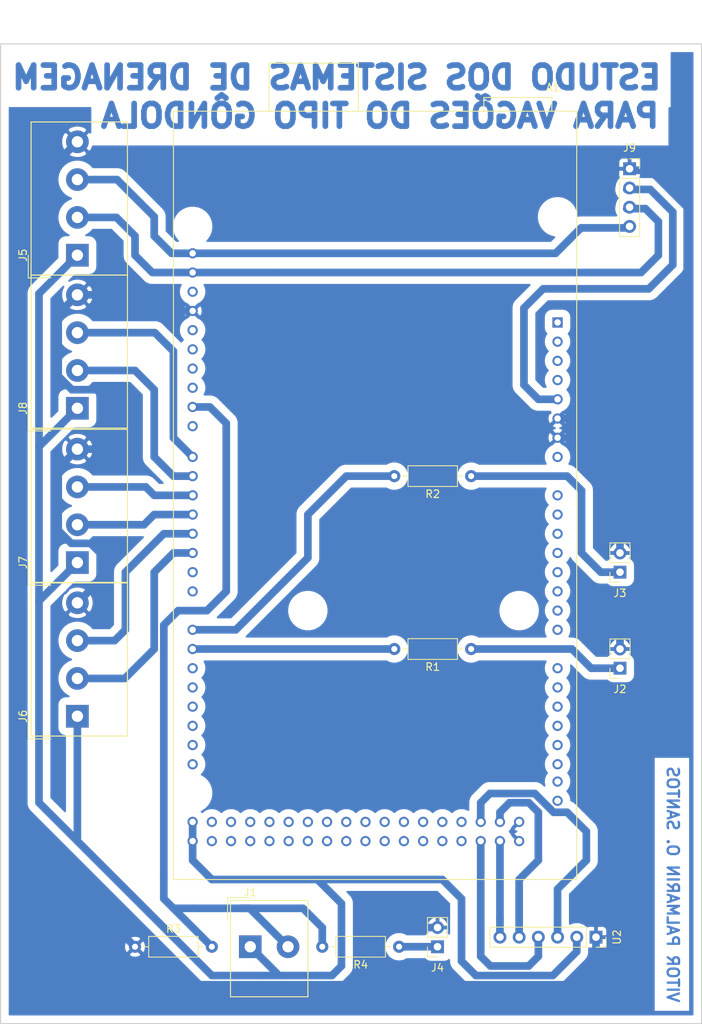
<source format=kicad_pcb>
(kicad_pcb (version 20171130) (host pcbnew "(5.1.10)-1")

  (general
    (thickness 1.6)
    (drawings 8)
    (tracks 191)
    (zones 0)
    (modules 15)
    (nets 84)
  )

  (page A4)
  (layers
    (0 F.Cu signal)
    (31 B.Cu signal)
    (32 B.Adhes user)
    (33 F.Adhes user)
    (34 B.Paste user)
    (35 F.Paste user)
    (36 B.SilkS user)
    (37 F.SilkS user)
    (38 B.Mask user)
    (39 F.Mask user)
    (40 Dwgs.User user)
    (41 Cmts.User user)
    (42 Eco1.User user)
    (43 Eco2.User user)
    (44 Edge.Cuts user)
    (45 Margin user)
    (46 B.CrtYd user)
    (47 F.CrtYd user)
    (48 B.Fab user)
    (49 F.Fab user)
  )

  (setup
    (last_trace_width 0.25)
    (user_trace_width 1.016)
    (trace_clearance 0.2)
    (zone_clearance 1)
    (zone_45_only no)
    (trace_min 0.2)
    (via_size 0.8)
    (via_drill 0.4)
    (via_min_size 0.4)
    (via_min_drill 0.3)
    (uvia_size 0.3)
    (uvia_drill 0.1)
    (uvias_allowed no)
    (uvia_min_size 0.2)
    (uvia_min_drill 0.1)
    (edge_width 0.05)
    (segment_width 0.2)
    (pcb_text_width 0.3)
    (pcb_text_size 1.5 1.5)
    (mod_edge_width 0.12)
    (mod_text_size 1 1)
    (mod_text_width 0.15)
    (pad_size 1.524 1.524)
    (pad_drill 0.762)
    (pad_to_mask_clearance 0)
    (aux_axis_origin 0 0)
    (grid_origin 138.43 52.07)
    (visible_elements 7FFFFFFF)
    (pcbplotparams
      (layerselection 0x01000_fffffffe)
      (usegerberextensions false)
      (usegerberattributes true)
      (usegerberadvancedattributes true)
      (creategerberjobfile true)
      (excludeedgelayer true)
      (linewidth 0.100000)
      (plotframeref false)
      (viasonmask false)
      (mode 1)
      (useauxorigin false)
      (hpglpennumber 1)
      (hpglpenspeed 20)
      (hpglpendiameter 15.000000)
      (psnegative false)
      (psa4output false)
      (plotreference true)
      (plotvalue true)
      (plotinvisibletext false)
      (padsonsilk false)
      (subtractmaskfromsilk false)
      (outputformat 1)
      (mirror false)
      (drillshape 0)
      (scaleselection 1)
      (outputdirectory ""))
  )

  (net 0 "")
  (net 1 "Net-(A1-PadNC)")
  (net 2 "Net-(A1-PadIOREF)")
  (net 3 "Net-(A1-PadRESET)")
  (net 4 "Net-(A1-Pad3V3)")
  (net 5 +5V)
  (net 6 "Net-(A1-PadVIN)")
  (net 7 "Net-(A1-PadAD0)")
  (net 8 "Net-(A1-PadAD1)")
  (net 9 "Net-(A1-PadAD2)")
  (net 10 "Net-(A1-PadAD3)")
  (net 11 "Net-(A1-PadAD4)")
  (net 12 "Net-(A1-PadAD5)")
  (net 13 "Net-(A1-PadAD6)")
  (net 14 "Net-(A1-PadAD7)")
  (net 15 "Net-(A1-PadAD8)")
  (net 16 "Net-(A1-PadAD9)")
  (net 17 "Net-(A1-PadAD10)")
  (net 18 "Net-(A1-PadAD11)")
  (net 19 "Net-(A1-PadAD12)")
  (net 20 "Net-(A1-PadAD13)")
  (net 21 "Net-(A1-PadAD14)")
  (net 22 "Net-(A1-PadAD15)")
  (net 23 GND)
  (net 24 /CS)
  (net 25 /SCK)
  (net 26 /MOSI)
  (net 27 /MISO)
  (net 28 "Net-(A1-Pad49)")
  (net 29 "Net-(A1-Pad48)")
  (net 30 "Net-(A1-Pad46)")
  (net 31 "Net-(A1-Pad47)")
  (net 32 "Net-(A1-Pad44)")
  (net 33 "Net-(A1-Pad45)")
  (net 34 "Net-(A1-Pad42)")
  (net 35 "Net-(A1-Pad43)")
  (net 36 "Net-(A1-Pad40)")
  (net 37 "Net-(A1-Pad41)")
  (net 38 "Net-(A1-Pad38)")
  (net 39 "Net-(A1-Pad39)")
  (net 40 "Net-(A1-Pad36)")
  (net 41 "Net-(A1-Pad37)")
  (net 42 "Net-(A1-Pad34)")
  (net 43 "Net-(A1-Pad35)")
  (net 44 "Net-(A1-Pad32)")
  (net 45 "Net-(A1-Pad33)")
  (net 46 "Net-(A1-Pad30)")
  (net 47 "Net-(A1-Pad31)")
  (net 48 "Net-(A1-Pad28)")
  (net 49 "Net-(A1-Pad29)")
  (net 50 "Net-(A1-Pad26)")
  (net 51 "Net-(A1-Pad27)")
  (net 52 "Net-(A1-Pad24)")
  (net 53 "Net-(A1-Pad25)")
  (net 54 "Net-(A1-Pad22)")
  (net 55 "Net-(A1-Pad23)")
  (net 56 "Net-(A1-Pad21)")
  (net 57 "Net-(A1-Pad20)")
  (net 58 "Net-(A1-Pad19)")
  (net 59 "Net-(A1-Pad18)")
  (net 60 "Net-(A1-Pad17)")
  (net 61 "Net-(A1-Pad16)")
  (net 62 "Net-(A1-Pad0)")
  (net 63 "Net-(A1-Pad1)")
  (net 64 /echoUm)
  (net 65 /triggerUm)
  (net 66 /echoDois)
  (net 67 /triggerDois)
  (net 68 /echoTres)
  (net 69 /triggerTres)
  (net 70 /led)
  (net 71 /chave)
  (net 72 /motor)
  (net 73 "Net-(A1-Pad11)")
  (net 74 "Net-(A1-Pad12)")
  (net 75 "Net-(A1-Pad13)")
  (net 76 "Net-(A1-PadAREF)")
  (net 77 /SDA)
  (net 78 /SCL)
  (net 79 "Net-(J2-Pad1)")
  (net 80 "Net-(J3-Pad1)")
  (net 81 "Net-(J4-Pad1)")
  (net 82 /ledSD)
  (net 83 /ledCode)

  (net_class Default "This is the default net class."
    (clearance 0.2)
    (trace_width 0.25)
    (via_dia 0.8)
    (via_drill 0.4)
    (uvia_dia 0.3)
    (uvia_drill 0.1)
    (add_net +5V)
    (add_net /CS)
    (add_net /MISO)
    (add_net /MOSI)
    (add_net /SCK)
    (add_net /SCL)
    (add_net /SDA)
    (add_net /chave)
    (add_net /echoDois)
    (add_net /echoTres)
    (add_net /echoUm)
    (add_net /led)
    (add_net /ledCode)
    (add_net /ledSD)
    (add_net /motor)
    (add_net /triggerDois)
    (add_net /triggerTres)
    (add_net /triggerUm)
    (add_net GND)
    (add_net "Net-(A1-Pad0)")
    (add_net "Net-(A1-Pad1)")
    (add_net "Net-(A1-Pad11)")
    (add_net "Net-(A1-Pad12)")
    (add_net "Net-(A1-Pad13)")
    (add_net "Net-(A1-Pad16)")
    (add_net "Net-(A1-Pad17)")
    (add_net "Net-(A1-Pad18)")
    (add_net "Net-(A1-Pad19)")
    (add_net "Net-(A1-Pad20)")
    (add_net "Net-(A1-Pad21)")
    (add_net "Net-(A1-Pad22)")
    (add_net "Net-(A1-Pad23)")
    (add_net "Net-(A1-Pad24)")
    (add_net "Net-(A1-Pad25)")
    (add_net "Net-(A1-Pad26)")
    (add_net "Net-(A1-Pad27)")
    (add_net "Net-(A1-Pad28)")
    (add_net "Net-(A1-Pad29)")
    (add_net "Net-(A1-Pad30)")
    (add_net "Net-(A1-Pad31)")
    (add_net "Net-(A1-Pad32)")
    (add_net "Net-(A1-Pad33)")
    (add_net "Net-(A1-Pad34)")
    (add_net "Net-(A1-Pad35)")
    (add_net "Net-(A1-Pad36)")
    (add_net "Net-(A1-Pad37)")
    (add_net "Net-(A1-Pad38)")
    (add_net "Net-(A1-Pad39)")
    (add_net "Net-(A1-Pad3V3)")
    (add_net "Net-(A1-Pad40)")
    (add_net "Net-(A1-Pad41)")
    (add_net "Net-(A1-Pad42)")
    (add_net "Net-(A1-Pad43)")
    (add_net "Net-(A1-Pad44)")
    (add_net "Net-(A1-Pad45)")
    (add_net "Net-(A1-Pad46)")
    (add_net "Net-(A1-Pad47)")
    (add_net "Net-(A1-Pad48)")
    (add_net "Net-(A1-Pad49)")
    (add_net "Net-(A1-PadAD0)")
    (add_net "Net-(A1-PadAD1)")
    (add_net "Net-(A1-PadAD10)")
    (add_net "Net-(A1-PadAD11)")
    (add_net "Net-(A1-PadAD12)")
    (add_net "Net-(A1-PadAD13)")
    (add_net "Net-(A1-PadAD14)")
    (add_net "Net-(A1-PadAD15)")
    (add_net "Net-(A1-PadAD2)")
    (add_net "Net-(A1-PadAD3)")
    (add_net "Net-(A1-PadAD4)")
    (add_net "Net-(A1-PadAD5)")
    (add_net "Net-(A1-PadAD6)")
    (add_net "Net-(A1-PadAD7)")
    (add_net "Net-(A1-PadAD8)")
    (add_net "Net-(A1-PadAD9)")
    (add_net "Net-(A1-PadAREF)")
    (add_net "Net-(A1-PadIOREF)")
    (add_net "Net-(A1-PadNC)")
    (add_net "Net-(A1-PadRESET)")
    (add_net "Net-(A1-PadVIN)")
    (add_net "Net-(J2-Pad1)")
    (add_net "Net-(J3-Pad1)")
    (add_net "Net-(J4-Pad1)")
  )

  (module Connector_PinSocket_2.54mm:PinSocket_1x04_P2.54mm_Vertical (layer F.Cu) (tedit 5A19A429) (tstamp 616F5C75)
    (at 139.065 52.07)
    (descr "Through hole straight socket strip, 1x04, 2.54mm pitch, single row (from Kicad 4.0.7), script generated")
    (tags "Through hole socket strip THT 1x04 2.54mm single row")
    (path /616F850E)
    (fp_text reference J9 (at 0 -2.77) (layer F.SilkS)
      (effects (font (size 1 1) (thickness 0.15)))
    )
    (fp_text value RTC (at 0 10.39) (layer F.Fab)
      (effects (font (size 1 1) (thickness 0.15)))
    )
    (fp_line (start -1.27 -1.27) (end 0.635 -1.27) (layer F.Fab) (width 0.1))
    (fp_line (start 0.635 -1.27) (end 1.27 -0.635) (layer F.Fab) (width 0.1))
    (fp_line (start 1.27 -0.635) (end 1.27 8.89) (layer F.Fab) (width 0.1))
    (fp_line (start 1.27 8.89) (end -1.27 8.89) (layer F.Fab) (width 0.1))
    (fp_line (start -1.27 8.89) (end -1.27 -1.27) (layer F.Fab) (width 0.1))
    (fp_line (start -1.33 1.27) (end 1.33 1.27) (layer F.SilkS) (width 0.12))
    (fp_line (start -1.33 1.27) (end -1.33 8.95) (layer F.SilkS) (width 0.12))
    (fp_line (start -1.33 8.95) (end 1.33 8.95) (layer F.SilkS) (width 0.12))
    (fp_line (start 1.33 1.27) (end 1.33 8.95) (layer F.SilkS) (width 0.12))
    (fp_line (start 1.33 -1.33) (end 1.33 0) (layer F.SilkS) (width 0.12))
    (fp_line (start 0 -1.33) (end 1.33 -1.33) (layer F.SilkS) (width 0.12))
    (fp_line (start -1.8 -1.8) (end 1.75 -1.8) (layer F.CrtYd) (width 0.05))
    (fp_line (start 1.75 -1.8) (end 1.75 9.4) (layer F.CrtYd) (width 0.05))
    (fp_line (start 1.75 9.4) (end -1.8 9.4) (layer F.CrtYd) (width 0.05))
    (fp_line (start -1.8 9.4) (end -1.8 -1.8) (layer F.CrtYd) (width 0.05))
    (fp_text user %R (at 0 3.81 90) (layer F.Fab)
      (effects (font (size 1 1) (thickness 0.15)))
    )
    (pad 4 thru_hole oval (at 0 7.62) (size 1.7 1.7) (drill 1) (layers *.Cu *.Mask)
      (net 77 /SDA))
    (pad 3 thru_hole oval (at 0 5.08) (size 1.7 1.7) (drill 1) (layers *.Cu *.Mask)
      (net 78 /SCL))
    (pad 2 thru_hole oval (at 0 2.54) (size 1.7 1.7) (drill 1) (layers *.Cu *.Mask)
      (net 5 +5V))
    (pad 1 thru_hole rect (at 0 0) (size 1.7 1.7) (drill 1) (layers *.Cu *.Mask)
      (net 23 GND))
    (model ${KISYS3DMOD}/Connector_PinSocket_2.54mm.3dshapes/PinSocket_1x04_P2.54mm_Vertical.wrl
      (at (xyz 0 0 0))
      (scale (xyz 1 1 1))
      (rotate (xyz 0 0 0))
    )
  )

  (module Connector_PinSocket_2.54mm:PinSocket_1x02_P2.54mm_Vertical (layer F.Cu) (tedit 5A19A420) (tstamp 616FA0B4)
    (at 113.665 154.94 180)
    (descr "Through hole straight socket strip, 1x02, 2.54mm pitch, single row (from Kicad 4.0.7), script generated")
    (tags "Through hole socket strip THT 1x02 2.54mm single row")
    (path /61633920)
    (fp_text reference J4 (at 0 -2.77) (layer F.SilkS)
      (effects (font (size 1 1) (thickness 0.15)))
    )
    (fp_text value ledChave (at 0 5.31) (layer F.Fab)
      (effects (font (size 1 1) (thickness 0.15)))
    )
    (fp_line (start -1.8 4.3) (end -1.8 -1.8) (layer F.CrtYd) (width 0.05))
    (fp_line (start 1.75 4.3) (end -1.8 4.3) (layer F.CrtYd) (width 0.05))
    (fp_line (start 1.75 -1.8) (end 1.75 4.3) (layer F.CrtYd) (width 0.05))
    (fp_line (start -1.8 -1.8) (end 1.75 -1.8) (layer F.CrtYd) (width 0.05))
    (fp_line (start 0 -1.33) (end 1.33 -1.33) (layer F.SilkS) (width 0.12))
    (fp_line (start 1.33 -1.33) (end 1.33 0) (layer F.SilkS) (width 0.12))
    (fp_line (start 1.33 1.27) (end 1.33 3.87) (layer F.SilkS) (width 0.12))
    (fp_line (start -1.33 3.87) (end 1.33 3.87) (layer F.SilkS) (width 0.12))
    (fp_line (start -1.33 1.27) (end -1.33 3.87) (layer F.SilkS) (width 0.12))
    (fp_line (start -1.33 1.27) (end 1.33 1.27) (layer F.SilkS) (width 0.12))
    (fp_line (start -1.27 3.81) (end -1.27 -1.27) (layer F.Fab) (width 0.1))
    (fp_line (start 1.27 3.81) (end -1.27 3.81) (layer F.Fab) (width 0.1))
    (fp_line (start 1.27 -0.635) (end 1.27 3.81) (layer F.Fab) (width 0.1))
    (fp_line (start 0.635 -1.27) (end 1.27 -0.635) (layer F.Fab) (width 0.1))
    (fp_line (start -1.27 -1.27) (end 0.635 -1.27) (layer F.Fab) (width 0.1))
    (fp_text user %R (at 0 1.27 90) (layer F.Fab)
      (effects (font (size 1 1) (thickness 0.15)))
    )
    (pad 2 thru_hole oval (at 0 2.54 180) (size 1.7 1.7) (drill 1) (layers *.Cu *.Mask)
      (net 23 GND))
    (pad 1 thru_hole rect (at 0 0 180) (size 1.7 1.7) (drill 1) (layers *.Cu *.Mask)
      (net 81 "Net-(J4-Pad1)"))
    (model ${KISYS3DMOD}/Connector_PinSocket_2.54mm.3dshapes/PinSocket_1x02_P2.54mm_Vertical.wrl
      (at (xyz 0 0 0))
      (scale (xyz 1 1 1))
      (rotate (xyz 0 0 0))
    )
  )

  (module Connector_PinSocket_2.54mm:PinSocket_1x02_P2.54mm_Vertical (layer F.Cu) (tedit 5A19A420) (tstamp 616F6A1C)
    (at 137.795 105.41 180)
    (descr "Through hole straight socket strip, 1x02, 2.54mm pitch, single row (from Kicad 4.0.7), script generated")
    (tags "Through hole socket strip THT 1x02 2.54mm single row")
    (path /6163421F)
    (fp_text reference J3 (at 0 -2.77) (layer F.SilkS)
      (effects (font (size 1 1) (thickness 0.15)))
    )
    (fp_text value ledCode (at 0 5.31) (layer F.Fab)
      (effects (font (size 1 1) (thickness 0.15)))
    )
    (fp_line (start -1.8 4.3) (end -1.8 -1.8) (layer F.CrtYd) (width 0.05))
    (fp_line (start 1.75 4.3) (end -1.8 4.3) (layer F.CrtYd) (width 0.05))
    (fp_line (start 1.75 -1.8) (end 1.75 4.3) (layer F.CrtYd) (width 0.05))
    (fp_line (start -1.8 -1.8) (end 1.75 -1.8) (layer F.CrtYd) (width 0.05))
    (fp_line (start 0 -1.33) (end 1.33 -1.33) (layer F.SilkS) (width 0.12))
    (fp_line (start 1.33 -1.33) (end 1.33 0) (layer F.SilkS) (width 0.12))
    (fp_line (start 1.33 1.27) (end 1.33 3.87) (layer F.SilkS) (width 0.12))
    (fp_line (start -1.33 3.87) (end 1.33 3.87) (layer F.SilkS) (width 0.12))
    (fp_line (start -1.33 1.27) (end -1.33 3.87) (layer F.SilkS) (width 0.12))
    (fp_line (start -1.33 1.27) (end 1.33 1.27) (layer F.SilkS) (width 0.12))
    (fp_line (start -1.27 3.81) (end -1.27 -1.27) (layer F.Fab) (width 0.1))
    (fp_line (start 1.27 3.81) (end -1.27 3.81) (layer F.Fab) (width 0.1))
    (fp_line (start 1.27 -0.635) (end 1.27 3.81) (layer F.Fab) (width 0.1))
    (fp_line (start 0.635 -1.27) (end 1.27 -0.635) (layer F.Fab) (width 0.1))
    (fp_line (start -1.27 -1.27) (end 0.635 -1.27) (layer F.Fab) (width 0.1))
    (fp_text user %R (at 0 1.27 90) (layer F.Fab)
      (effects (font (size 1 1) (thickness 0.15)))
    )
    (pad 2 thru_hole oval (at 0 2.54 180) (size 1.7 1.7) (drill 1) (layers *.Cu *.Mask)
      (net 23 GND))
    (pad 1 thru_hole rect (at 0 0 180) (size 1.7 1.7) (drill 1) (layers *.Cu *.Mask)
      (net 80 "Net-(J3-Pad1)"))
    (model ${KISYS3DMOD}/Connector_PinSocket_2.54mm.3dshapes/PinSocket_1x02_P2.54mm_Vertical.wrl
      (at (xyz 0 0 0))
      (scale (xyz 1 1 1))
      (rotate (xyz 0 0 0))
    )
  )

  (module Connector_PinSocket_2.54mm:PinSocket_1x02_P2.54mm_Vertical (layer F.Cu) (tedit 5A19A420) (tstamp 616F6A5B)
    (at 137.795 118.11 180)
    (descr "Through hole straight socket strip, 1x02, 2.54mm pitch, single row (from Kicad 4.0.7), script generated")
    (tags "Through hole socket strip THT 1x02 2.54mm single row")
    (path /616F8BE4)
    (fp_text reference J2 (at 0 -2.77) (layer F.SilkS)
      (effects (font (size 1 1) (thickness 0.15)))
    )
    (fp_text value ledSD (at 0 5.31) (layer F.Fab)
      (effects (font (size 1 1) (thickness 0.15)))
    )
    (fp_line (start -1.8 4.3) (end -1.8 -1.8) (layer F.CrtYd) (width 0.05))
    (fp_line (start 1.75 4.3) (end -1.8 4.3) (layer F.CrtYd) (width 0.05))
    (fp_line (start 1.75 -1.8) (end 1.75 4.3) (layer F.CrtYd) (width 0.05))
    (fp_line (start -1.8 -1.8) (end 1.75 -1.8) (layer F.CrtYd) (width 0.05))
    (fp_line (start 0 -1.33) (end 1.33 -1.33) (layer F.SilkS) (width 0.12))
    (fp_line (start 1.33 -1.33) (end 1.33 0) (layer F.SilkS) (width 0.12))
    (fp_line (start 1.33 1.27) (end 1.33 3.87) (layer F.SilkS) (width 0.12))
    (fp_line (start -1.33 3.87) (end 1.33 3.87) (layer F.SilkS) (width 0.12))
    (fp_line (start -1.33 1.27) (end -1.33 3.87) (layer F.SilkS) (width 0.12))
    (fp_line (start -1.33 1.27) (end 1.33 1.27) (layer F.SilkS) (width 0.12))
    (fp_line (start -1.27 3.81) (end -1.27 -1.27) (layer F.Fab) (width 0.1))
    (fp_line (start 1.27 3.81) (end -1.27 3.81) (layer F.Fab) (width 0.1))
    (fp_line (start 1.27 -0.635) (end 1.27 3.81) (layer F.Fab) (width 0.1))
    (fp_line (start 0.635 -1.27) (end 1.27 -0.635) (layer F.Fab) (width 0.1))
    (fp_line (start -1.27 -1.27) (end 0.635 -1.27) (layer F.Fab) (width 0.1))
    (fp_text user %R (at 0 1.27 90) (layer F.Fab)
      (effects (font (size 1 1) (thickness 0.15)))
    )
    (pad 2 thru_hole oval (at 0 2.54 180) (size 1.7 1.7) (drill 1) (layers *.Cu *.Mask)
      (net 23 GND))
    (pad 1 thru_hole rect (at 0 0 180) (size 1.7 1.7) (drill 1) (layers *.Cu *.Mask)
      (net 79 "Net-(J2-Pad1)"))
    (model ${KISYS3DMOD}/Connector_PinSocket_2.54mm.3dshapes/PinSocket_1x02_P2.54mm_Vertical.wrl
      (at (xyz 0 0 0))
      (scale (xyz 1 1 1))
      (rotate (xyz 0 0 0))
    )
  )

  (module Connector_PinSocket_2.54mm:PinSocket_1x06_P2.54mm_Vertical (layer F.Cu) (tedit 5A19A430) (tstamp 616F7D2C)
    (at 134.62 153.67 270)
    (descr "Through hole straight socket strip, 1x06, 2.54mm pitch, single row (from Kicad 4.0.7), script generated")
    (tags "Through hole socket strip THT 1x06 2.54mm single row")
    (path /61657A7F)
    (fp_text reference U2 (at 0 -2.77 90) (layer F.SilkS)
      (effects (font (size 1 1) (thickness 0.15)))
    )
    (fp_text value MicroSD (at 0 15.47 90) (layer F.Fab)
      (effects (font (size 1 1) (thickness 0.15)))
    )
    (fp_line (start -1.8 14.45) (end -1.8 -1.8) (layer F.CrtYd) (width 0.05))
    (fp_line (start 1.75 14.45) (end -1.8 14.45) (layer F.CrtYd) (width 0.05))
    (fp_line (start 1.75 -1.8) (end 1.75 14.45) (layer F.CrtYd) (width 0.05))
    (fp_line (start -1.8 -1.8) (end 1.75 -1.8) (layer F.CrtYd) (width 0.05))
    (fp_line (start 0 -1.33) (end 1.33 -1.33) (layer F.SilkS) (width 0.12))
    (fp_line (start 1.33 -1.33) (end 1.33 0) (layer F.SilkS) (width 0.12))
    (fp_line (start 1.33 1.27) (end 1.33 14.03) (layer F.SilkS) (width 0.12))
    (fp_line (start -1.33 14.03) (end 1.33 14.03) (layer F.SilkS) (width 0.12))
    (fp_line (start -1.33 1.27) (end -1.33 14.03) (layer F.SilkS) (width 0.12))
    (fp_line (start -1.33 1.27) (end 1.33 1.27) (layer F.SilkS) (width 0.12))
    (fp_line (start -1.27 13.97) (end -1.27 -1.27) (layer F.Fab) (width 0.1))
    (fp_line (start 1.27 13.97) (end -1.27 13.97) (layer F.Fab) (width 0.1))
    (fp_line (start 1.27 -0.635) (end 1.27 13.97) (layer F.Fab) (width 0.1))
    (fp_line (start 0.635 -1.27) (end 1.27 -0.635) (layer F.Fab) (width 0.1))
    (fp_line (start -1.27 -1.27) (end 0.635 -1.27) (layer F.Fab) (width 0.1))
    (fp_text user %R (at 0 6.35) (layer F.Fab)
      (effects (font (size 1 1) (thickness 0.15)))
    )
    (pad 6 thru_hole oval (at 0 12.7 270) (size 1.7 1.7) (drill 1) (layers *.Cu *.Mask)
      (net 24 /CS))
    (pad 5 thru_hole oval (at 0 10.16 270) (size 1.7 1.7) (drill 1) (layers *.Cu *.Mask)
      (net 25 /SCK))
    (pad 4 thru_hole oval (at 0 7.62 270) (size 1.7 1.7) (drill 1) (layers *.Cu *.Mask)
      (net 26 /MOSI))
    (pad 3 thru_hole oval (at 0 5.08 270) (size 1.7 1.7) (drill 1) (layers *.Cu *.Mask)
      (net 27 /MISO))
    (pad 2 thru_hole oval (at 0 2.54 270) (size 1.7 1.7) (drill 1) (layers *.Cu *.Mask)
      (net 5 +5V))
    (pad 1 thru_hole rect (at 0 0 270) (size 1.7 1.7) (drill 1) (layers *.Cu *.Mask)
      (net 23 GND))
    (model ${KISYS3DMOD}/Connector_PinSocket_2.54mm.3dshapes/PinSocket_1x06_P2.54mm_Vertical.wrl
      (at (xyz 0 0 0))
      (scale (xyz 1 1 1))
      (rotate (xyz 0 0 0))
    )
  )

  (module Resistor_THT:R_Axial_DIN0207_L6.3mm_D2.5mm_P10.16mm_Horizontal (layer F.Cu) (tedit 5AE5139B) (tstamp 616F9B2E)
    (at 108.585 154.94 180)
    (descr "Resistor, Axial_DIN0207 series, Axial, Horizontal, pin pitch=10.16mm, 0.25W = 1/4W, length*diameter=6.3*2.5mm^2, http://cdn-reichelt.de/documents/datenblatt/B400/1_4W%23YAG.pdf")
    (tags "Resistor Axial_DIN0207 series Axial Horizontal pin pitch 10.16mm 0.25W = 1/4W length 6.3mm diameter 2.5mm")
    (path /615D1371)
    (fp_text reference R4 (at 5.08 -2.37) (layer F.SilkS)
      (effects (font (size 1 1) (thickness 0.15)))
    )
    (fp_text value 330 (at 5.08 2.37) (layer F.Fab)
      (effects (font (size 1 1) (thickness 0.15)))
    )
    (fp_line (start 11.21 -1.5) (end -1.05 -1.5) (layer F.CrtYd) (width 0.05))
    (fp_line (start 11.21 1.5) (end 11.21 -1.5) (layer F.CrtYd) (width 0.05))
    (fp_line (start -1.05 1.5) (end 11.21 1.5) (layer F.CrtYd) (width 0.05))
    (fp_line (start -1.05 -1.5) (end -1.05 1.5) (layer F.CrtYd) (width 0.05))
    (fp_line (start 9.12 0) (end 8.35 0) (layer F.SilkS) (width 0.12))
    (fp_line (start 1.04 0) (end 1.81 0) (layer F.SilkS) (width 0.12))
    (fp_line (start 8.35 -1.37) (end 1.81 -1.37) (layer F.SilkS) (width 0.12))
    (fp_line (start 8.35 1.37) (end 8.35 -1.37) (layer F.SilkS) (width 0.12))
    (fp_line (start 1.81 1.37) (end 8.35 1.37) (layer F.SilkS) (width 0.12))
    (fp_line (start 1.81 -1.37) (end 1.81 1.37) (layer F.SilkS) (width 0.12))
    (fp_line (start 10.16 0) (end 8.23 0) (layer F.Fab) (width 0.1))
    (fp_line (start 0 0) (end 1.93 0) (layer F.Fab) (width 0.1))
    (fp_line (start 8.23 -1.25) (end 1.93 -1.25) (layer F.Fab) (width 0.1))
    (fp_line (start 8.23 1.25) (end 8.23 -1.25) (layer F.Fab) (width 0.1))
    (fp_line (start 1.93 1.25) (end 8.23 1.25) (layer F.Fab) (width 0.1))
    (fp_line (start 1.93 -1.25) (end 1.93 1.25) (layer F.Fab) (width 0.1))
    (fp_text user %R (at 5.08 0) (layer F.Fab)
      (effects (font (size 1 1) (thickness 0.15)))
    )
    (pad 2 thru_hole oval (at 10.16 0 180) (size 1.6 1.6) (drill 0.8) (layers *.Cu *.Mask)
      (net 71 /chave))
    (pad 1 thru_hole circle (at 0 0 180) (size 1.6 1.6) (drill 0.8) (layers *.Cu *.Mask)
      (net 81 "Net-(J4-Pad1)"))
    (model ${KISYS3DMOD}/Resistor_THT.3dshapes/R_Axial_DIN0207_L6.3mm_D2.5mm_P10.16mm_Horizontal.wrl
      (at (xyz 0 0 0))
      (scale (xyz 1 1 1))
      (rotate (xyz 0 0 0))
    )
  )

  (module Resistor_THT:R_Axial_DIN0207_L6.3mm_D2.5mm_P10.16mm_Horizontal (layer F.Cu) (tedit 5AE5139B) (tstamp 616F9E9A)
    (at 73.66 154.94)
    (descr "Resistor, Axial_DIN0207 series, Axial, Horizontal, pin pitch=10.16mm, 0.25W = 1/4W, length*diameter=6.3*2.5mm^2, http://cdn-reichelt.de/documents/datenblatt/B400/1_4W%23YAG.pdf")
    (tags "Resistor Axial_DIN0207 series Axial Horizontal pin pitch 10.16mm 0.25W = 1/4W length 6.3mm diameter 2.5mm")
    (path /615D0817)
    (fp_text reference R3 (at 5.08 -2.37) (layer F.SilkS)
      (effects (font (size 1 1) (thickness 0.15)))
    )
    (fp_text value 10k (at 5.08 2.37) (layer F.Fab)
      (effects (font (size 1 1) (thickness 0.15)))
    )
    (fp_line (start 11.21 -1.5) (end -1.05 -1.5) (layer F.CrtYd) (width 0.05))
    (fp_line (start 11.21 1.5) (end 11.21 -1.5) (layer F.CrtYd) (width 0.05))
    (fp_line (start -1.05 1.5) (end 11.21 1.5) (layer F.CrtYd) (width 0.05))
    (fp_line (start -1.05 -1.5) (end -1.05 1.5) (layer F.CrtYd) (width 0.05))
    (fp_line (start 9.12 0) (end 8.35 0) (layer F.SilkS) (width 0.12))
    (fp_line (start 1.04 0) (end 1.81 0) (layer F.SilkS) (width 0.12))
    (fp_line (start 8.35 -1.37) (end 1.81 -1.37) (layer F.SilkS) (width 0.12))
    (fp_line (start 8.35 1.37) (end 8.35 -1.37) (layer F.SilkS) (width 0.12))
    (fp_line (start 1.81 1.37) (end 8.35 1.37) (layer F.SilkS) (width 0.12))
    (fp_line (start 1.81 -1.37) (end 1.81 1.37) (layer F.SilkS) (width 0.12))
    (fp_line (start 10.16 0) (end 8.23 0) (layer F.Fab) (width 0.1))
    (fp_line (start 0 0) (end 1.93 0) (layer F.Fab) (width 0.1))
    (fp_line (start 8.23 -1.25) (end 1.93 -1.25) (layer F.Fab) (width 0.1))
    (fp_line (start 8.23 1.25) (end 8.23 -1.25) (layer F.Fab) (width 0.1))
    (fp_line (start 1.93 1.25) (end 8.23 1.25) (layer F.Fab) (width 0.1))
    (fp_line (start 1.93 -1.25) (end 1.93 1.25) (layer F.Fab) (width 0.1))
    (fp_text user %R (at 5.08 0) (layer F.Fab)
      (effects (font (size 1 1) (thickness 0.15)))
    )
    (pad 2 thru_hole oval (at 10.16 0) (size 1.6 1.6) (drill 0.8) (layers *.Cu *.Mask)
      (net 71 /chave))
    (pad 1 thru_hole circle (at 0 0) (size 1.6 1.6) (drill 0.8) (layers *.Cu *.Mask)
      (net 23 GND))
    (model ${KISYS3DMOD}/Resistor_THT.3dshapes/R_Axial_DIN0207_L6.3mm_D2.5mm_P10.16mm_Horizontal.wrl
      (at (xyz 0 0 0))
      (scale (xyz 1 1 1))
      (rotate (xyz 0 0 0))
    )
  )

  (module Resistor_THT:R_Axial_DIN0207_L6.3mm_D2.5mm_P10.16mm_Horizontal (layer F.Cu) (tedit 5AE5139B) (tstamp 616F9F77)
    (at 118.11 92.71 180)
    (descr "Resistor, Axial_DIN0207 series, Axial, Horizontal, pin pitch=10.16mm, 0.25W = 1/4W, length*diameter=6.3*2.5mm^2, http://cdn-reichelt.de/documents/datenblatt/B400/1_4W%23YAG.pdf")
    (tags "Resistor Axial_DIN0207 series Axial Horizontal pin pitch 10.16mm 0.25W = 1/4W length 6.3mm diameter 2.5mm")
    (path /615CFBD3)
    (fp_text reference R2 (at 5.08 -2.37) (layer F.SilkS)
      (effects (font (size 1 1) (thickness 0.15)))
    )
    (fp_text value 330 (at 5.08 2.37) (layer F.Fab)
      (effects (font (size 1 1) (thickness 0.15)))
    )
    (fp_line (start 11.21 -1.5) (end -1.05 -1.5) (layer F.CrtYd) (width 0.05))
    (fp_line (start 11.21 1.5) (end 11.21 -1.5) (layer F.CrtYd) (width 0.05))
    (fp_line (start -1.05 1.5) (end 11.21 1.5) (layer F.CrtYd) (width 0.05))
    (fp_line (start -1.05 -1.5) (end -1.05 1.5) (layer F.CrtYd) (width 0.05))
    (fp_line (start 9.12 0) (end 8.35 0) (layer F.SilkS) (width 0.12))
    (fp_line (start 1.04 0) (end 1.81 0) (layer F.SilkS) (width 0.12))
    (fp_line (start 8.35 -1.37) (end 1.81 -1.37) (layer F.SilkS) (width 0.12))
    (fp_line (start 8.35 1.37) (end 8.35 -1.37) (layer F.SilkS) (width 0.12))
    (fp_line (start 1.81 1.37) (end 8.35 1.37) (layer F.SilkS) (width 0.12))
    (fp_line (start 1.81 -1.37) (end 1.81 1.37) (layer F.SilkS) (width 0.12))
    (fp_line (start 10.16 0) (end 8.23 0) (layer F.Fab) (width 0.1))
    (fp_line (start 0 0) (end 1.93 0) (layer F.Fab) (width 0.1))
    (fp_line (start 8.23 -1.25) (end 1.93 -1.25) (layer F.Fab) (width 0.1))
    (fp_line (start 8.23 1.25) (end 8.23 -1.25) (layer F.Fab) (width 0.1))
    (fp_line (start 1.93 1.25) (end 8.23 1.25) (layer F.Fab) (width 0.1))
    (fp_line (start 1.93 -1.25) (end 1.93 1.25) (layer F.Fab) (width 0.1))
    (fp_text user %R (at 5.08 0) (layer F.Fab)
      (effects (font (size 1 1) (thickness 0.15)))
    )
    (pad 2 thru_hole oval (at 10.16 0 180) (size 1.6 1.6) (drill 0.8) (layers *.Cu *.Mask)
      (net 83 /ledCode))
    (pad 1 thru_hole circle (at 0 0 180) (size 1.6 1.6) (drill 0.8) (layers *.Cu *.Mask)
      (net 80 "Net-(J3-Pad1)"))
    (model ${KISYS3DMOD}/Resistor_THT.3dshapes/R_Axial_DIN0207_L6.3mm_D2.5mm_P10.16mm_Horizontal.wrl
      (at (xyz 0 0 0))
      (scale (xyz 1 1 1))
      (rotate (xyz 0 0 0))
    )
  )

  (module Resistor_THT:R_Axial_DIN0207_L6.3mm_D2.5mm_P10.16mm_Horizontal (layer F.Cu) (tedit 5AE5139B) (tstamp 616FB31E)
    (at 118.11 115.57 180)
    (descr "Resistor, Axial_DIN0207 series, Axial, Horizontal, pin pitch=10.16mm, 0.25W = 1/4W, length*diameter=6.3*2.5mm^2, http://cdn-reichelt.de/documents/datenblatt/B400/1_4W%23YAG.pdf")
    (tags "Resistor Axial_DIN0207 series Axial Horizontal pin pitch 10.16mm 0.25W = 1/4W length 6.3mm diameter 2.5mm")
    (path /616F88AB)
    (fp_text reference R1 (at 5.08 -2.37) (layer F.SilkS)
      (effects (font (size 1 1) (thickness 0.15)))
    )
    (fp_text value 330 (at 5.08 2.37) (layer F.Fab)
      (effects (font (size 1 1) (thickness 0.15)))
    )
    (fp_line (start 11.21 -1.5) (end -1.05 -1.5) (layer F.CrtYd) (width 0.05))
    (fp_line (start 11.21 1.5) (end 11.21 -1.5) (layer F.CrtYd) (width 0.05))
    (fp_line (start -1.05 1.5) (end 11.21 1.5) (layer F.CrtYd) (width 0.05))
    (fp_line (start -1.05 -1.5) (end -1.05 1.5) (layer F.CrtYd) (width 0.05))
    (fp_line (start 9.12 0) (end 8.35 0) (layer F.SilkS) (width 0.12))
    (fp_line (start 1.04 0) (end 1.81 0) (layer F.SilkS) (width 0.12))
    (fp_line (start 8.35 -1.37) (end 1.81 -1.37) (layer F.SilkS) (width 0.12))
    (fp_line (start 8.35 1.37) (end 8.35 -1.37) (layer F.SilkS) (width 0.12))
    (fp_line (start 1.81 1.37) (end 8.35 1.37) (layer F.SilkS) (width 0.12))
    (fp_line (start 1.81 -1.37) (end 1.81 1.37) (layer F.SilkS) (width 0.12))
    (fp_line (start 10.16 0) (end 8.23 0) (layer F.Fab) (width 0.1))
    (fp_line (start 0 0) (end 1.93 0) (layer F.Fab) (width 0.1))
    (fp_line (start 8.23 -1.25) (end 1.93 -1.25) (layer F.Fab) (width 0.1))
    (fp_line (start 8.23 1.25) (end 8.23 -1.25) (layer F.Fab) (width 0.1))
    (fp_line (start 1.93 1.25) (end 8.23 1.25) (layer F.Fab) (width 0.1))
    (fp_line (start 1.93 -1.25) (end 1.93 1.25) (layer F.Fab) (width 0.1))
    (fp_text user %R (at 5.08 0) (layer F.Fab)
      (effects (font (size 1 1) (thickness 0.15)))
    )
    (pad 2 thru_hole oval (at 10.16 0 180) (size 1.6 1.6) (drill 0.8) (layers *.Cu *.Mask)
      (net 82 /ledSD))
    (pad 1 thru_hole circle (at 0 0 180) (size 1.6 1.6) (drill 0.8) (layers *.Cu *.Mask)
      (net 79 "Net-(J2-Pad1)"))
    (model ${KISYS3DMOD}/Resistor_THT.3dshapes/R_Axial_DIN0207_L6.3mm_D2.5mm_P10.16mm_Horizontal.wrl
      (at (xyz 0 0 0))
      (scale (xyz 1 1 1))
      (rotate (xyz 0 0 0))
    )
  )

  (module TerminalBlock_Altech:Altech_AK300_1x04_P5.00mm_45-Degree (layer F.Cu) (tedit 5C27907F) (tstamp 616F7CA2)
    (at 66.04 83.74 90)
    (descr "Altech AK300 serie terminal block (Script generated with StandardBox.py) (http://www.altechcorp.com/PDFS/PCBMETRC.PDF)")
    (tags "Altech AK300 serie connector")
    (path /615E38EB)
    (fp_text reference J8 (at 0 -7.2 90) (layer F.SilkS)
      (effects (font (size 1 1) (thickness 0.15)))
    )
    (fp_text value SENSOR_TRES (at 7.5 7.5 90) (layer F.Fab)
      (effects (font (size 1 1) (thickness 0.15)))
    )
    (fp_line (start -2.75 -6.25) (end -2.75 6.75) (layer F.CrtYd) (width 0.05))
    (fp_line (start -2.75 6.75) (end 17.75 6.75) (layer F.CrtYd) (width 0.05))
    (fp_line (start 17.75 -6.25) (end 17.75 6.75) (layer F.CrtYd) (width 0.05))
    (fp_line (start -2.75 -6.25) (end 17.75 -6.25) (layer F.CrtYd) (width 0.05))
    (fp_line (start -2.62 -6.12) (end -2.62 6.62) (layer F.SilkS) (width 0.12))
    (fp_line (start -2.62 6.62) (end 17.62 6.62) (layer F.SilkS) (width 0.12))
    (fp_line (start 17.62 -6.12) (end 17.62 6.62) (layer F.SilkS) (width 0.12))
    (fp_line (start -2.62 -6.12) (end 17.62 -6.12) (layer F.SilkS) (width 0.12))
    (fp_line (start -2.62 -6.12) (end -2.62 6.62) (layer F.SilkS) (width 0.12))
    (fp_line (start -2.62 6.62) (end 17.62 6.62) (layer F.SilkS) (width 0.12))
    (fp_line (start 17.62 -6.12) (end 17.62 6.62) (layer F.SilkS) (width 0.12))
    (fp_line (start -2.62 -6.12) (end 17.62 -6.12) (layer F.SilkS) (width 0.12))
    (fp_line (start -3 -6.5) (end 0 -6.5) (layer F.SilkS) (width 0.12))
    (fp_line (start -3 -3.5) (end -3 -6.5) (layer F.SilkS) (width 0.12))
    (fp_line (start -2.5 -5.5) (end -2 -6) (layer F.Fab) (width 0.1))
    (fp_line (start -2.5 6.5) (end -2.5 -5.5) (layer F.Fab) (width 0.1))
    (fp_line (start 17.5 6.5) (end -2.5 6.5) (layer F.Fab) (width 0.1))
    (fp_line (start 17.5 -6) (end 17.5 6.5) (layer F.Fab) (width 0.1))
    (fp_line (start -2 -6) (end 17.5 -6) (layer F.Fab) (width 0.1))
    (fp_text user %R (at 7.5 0.25 90) (layer F.Fab)
      (effects (font (size 1 1) (thickness 0.15)))
    )
    (pad 4 thru_hole circle (at 15 0 90) (size 3 3) (drill 1.5) (layers *.Cu *.Mask)
      (net 23 GND))
    (pad 3 thru_hole circle (at 10 0 90) (size 3 3) (drill 1.5) (layers *.Cu *.Mask)
      (net 69 /triggerTres))
    (pad 2 thru_hole circle (at 5 0 90) (size 3 3) (drill 1.5) (layers *.Cu *.Mask)
      (net 68 /echoTres))
    (pad 1 thru_hole rect (at 0 0 90) (size 3 3) (drill 1.5) (layers *.Cu *.Mask)
      (net 5 +5V))
    (model ${KISYS3DMOD}/TerminalBlock_Altech.3dshapes/Altech_AK300_1x04_P5.00mm_45-Degree.wrl
      (at (xyz 0 0 0))
      (scale (xyz 1 1 1))
      (rotate (xyz 0 0 0))
    )
  )

  (module TerminalBlock_Altech:Altech_AK300_1x04_P5.00mm_45-Degree (layer F.Cu) (tedit 5C27907F) (tstamp 616F7C86)
    (at 66.04 104.14 90)
    (descr "Altech AK300 serie terminal block (Script generated with StandardBox.py) (http://www.altechcorp.com/PDFS/PCBMETRC.PDF)")
    (tags "Altech AK300 serie connector")
    (path /615E01A5)
    (fp_text reference J7 (at 0 -7.2 90) (layer F.SilkS)
      (effects (font (size 1 1) (thickness 0.15)))
    )
    (fp_text value SENSOR_DOIS (at 7.5 7.5 90) (layer F.Fab)
      (effects (font (size 1 1) (thickness 0.15)))
    )
    (fp_line (start -2.75 -6.25) (end -2.75 6.75) (layer F.CrtYd) (width 0.05))
    (fp_line (start -2.75 6.75) (end 17.75 6.75) (layer F.CrtYd) (width 0.05))
    (fp_line (start 17.75 -6.25) (end 17.75 6.75) (layer F.CrtYd) (width 0.05))
    (fp_line (start -2.75 -6.25) (end 17.75 -6.25) (layer F.CrtYd) (width 0.05))
    (fp_line (start -2.62 -6.12) (end -2.62 6.62) (layer F.SilkS) (width 0.12))
    (fp_line (start -2.62 6.62) (end 17.62 6.62) (layer F.SilkS) (width 0.12))
    (fp_line (start 17.62 -6.12) (end 17.62 6.62) (layer F.SilkS) (width 0.12))
    (fp_line (start -2.62 -6.12) (end 17.62 -6.12) (layer F.SilkS) (width 0.12))
    (fp_line (start -2.62 -6.12) (end -2.62 6.62) (layer F.SilkS) (width 0.12))
    (fp_line (start -2.62 6.62) (end 17.62 6.62) (layer F.SilkS) (width 0.12))
    (fp_line (start 17.62 -6.12) (end 17.62 6.62) (layer F.SilkS) (width 0.12))
    (fp_line (start -2.62 -6.12) (end 17.62 -6.12) (layer F.SilkS) (width 0.12))
    (fp_line (start -3 -6.5) (end 0 -6.5) (layer F.SilkS) (width 0.12))
    (fp_line (start -3 -3.5) (end -3 -6.5) (layer F.SilkS) (width 0.12))
    (fp_line (start -2.5 -5.5) (end -2 -6) (layer F.Fab) (width 0.1))
    (fp_line (start -2.5 6.5) (end -2.5 -5.5) (layer F.Fab) (width 0.1))
    (fp_line (start 17.5 6.5) (end -2.5 6.5) (layer F.Fab) (width 0.1))
    (fp_line (start 17.5 -6) (end 17.5 6.5) (layer F.Fab) (width 0.1))
    (fp_line (start -2 -6) (end 17.5 -6) (layer F.Fab) (width 0.1))
    (fp_text user %R (at 7.5 0.25 90) (layer F.Fab)
      (effects (font (size 1 1) (thickness 0.15)))
    )
    (pad 4 thru_hole circle (at 15 0 90) (size 3 3) (drill 1.5) (layers *.Cu *.Mask)
      (net 23 GND))
    (pad 3 thru_hole circle (at 10 0 90) (size 3 3) (drill 1.5) (layers *.Cu *.Mask)
      (net 67 /triggerDois))
    (pad 2 thru_hole circle (at 5 0 90) (size 3 3) (drill 1.5) (layers *.Cu *.Mask)
      (net 66 /echoDois))
    (pad 1 thru_hole rect (at 0 0 90) (size 3 3) (drill 1.5) (layers *.Cu *.Mask)
      (net 5 +5V))
    (model ${KISYS3DMOD}/TerminalBlock_Altech.3dshapes/Altech_AK300_1x04_P5.00mm_45-Degree.wrl
      (at (xyz 0 0 0))
      (scale (xyz 1 1 1))
      (rotate (xyz 0 0 0))
    )
  )

  (module TerminalBlock_Altech:Altech_AK300_1x04_P5.00mm_45-Degree (layer F.Cu) (tedit 5C27907F) (tstamp 616F819F)
    (at 66.04 124.46 90)
    (descr "Altech AK300 serie terminal block (Script generated with StandardBox.py) (http://www.altechcorp.com/PDFS/PCBMETRC.PDF)")
    (tags "Altech AK300 serie connector")
    (path /615D219E)
    (fp_text reference J6 (at 0 -7.2 90) (layer F.SilkS)
      (effects (font (size 1 1) (thickness 0.15)))
    )
    (fp_text value SENSOR_UM (at 7.5 7.5 90) (layer F.Fab)
      (effects (font (size 1 1) (thickness 0.15)))
    )
    (fp_line (start -2.75 -6.25) (end -2.75 6.75) (layer F.CrtYd) (width 0.05))
    (fp_line (start -2.75 6.75) (end 17.75 6.75) (layer F.CrtYd) (width 0.05))
    (fp_line (start 17.75 -6.25) (end 17.75 6.75) (layer F.CrtYd) (width 0.05))
    (fp_line (start -2.75 -6.25) (end 17.75 -6.25) (layer F.CrtYd) (width 0.05))
    (fp_line (start -2.62 -6.12) (end -2.62 6.62) (layer F.SilkS) (width 0.12))
    (fp_line (start -2.62 6.62) (end 17.62 6.62) (layer F.SilkS) (width 0.12))
    (fp_line (start 17.62 -6.12) (end 17.62 6.62) (layer F.SilkS) (width 0.12))
    (fp_line (start -2.62 -6.12) (end 17.62 -6.12) (layer F.SilkS) (width 0.12))
    (fp_line (start -2.62 -6.12) (end -2.62 6.62) (layer F.SilkS) (width 0.12))
    (fp_line (start -2.62 6.62) (end 17.62 6.62) (layer F.SilkS) (width 0.12))
    (fp_line (start 17.62 -6.12) (end 17.62 6.62) (layer F.SilkS) (width 0.12))
    (fp_line (start -2.62 -6.12) (end 17.62 -6.12) (layer F.SilkS) (width 0.12))
    (fp_line (start -3 -6.5) (end 0 -6.5) (layer F.SilkS) (width 0.12))
    (fp_line (start -3 -3.5) (end -3 -6.5) (layer F.SilkS) (width 0.12))
    (fp_line (start -2.5 -5.5) (end -2 -6) (layer F.Fab) (width 0.1))
    (fp_line (start -2.5 6.5) (end -2.5 -5.5) (layer F.Fab) (width 0.1))
    (fp_line (start 17.5 6.5) (end -2.5 6.5) (layer F.Fab) (width 0.1))
    (fp_line (start 17.5 -6) (end 17.5 6.5) (layer F.Fab) (width 0.1))
    (fp_line (start -2 -6) (end 17.5 -6) (layer F.Fab) (width 0.1))
    (fp_text user %R (at 7.5 0.25 90) (layer F.Fab)
      (effects (font (size 1 1) (thickness 0.15)))
    )
    (pad 4 thru_hole circle (at 15 0 90) (size 3 3) (drill 1.5) (layers *.Cu *.Mask)
      (net 23 GND))
    (pad 3 thru_hole circle (at 10 0 90) (size 3 3) (drill 1.5) (layers *.Cu *.Mask)
      (net 65 /triggerUm))
    (pad 2 thru_hole circle (at 5 0 90) (size 3 3) (drill 1.5) (layers *.Cu *.Mask)
      (net 64 /echoUm))
    (pad 1 thru_hole rect (at 0 0 90) (size 3 3) (drill 1.5) (layers *.Cu *.Mask)
      (net 5 +5V))
    (model ${KISYS3DMOD}/TerminalBlock_Altech.3dshapes/Altech_AK300_1x04_P5.00mm_45-Degree.wrl
      (at (xyz 0 0 0))
      (scale (xyz 1 1 1))
      (rotate (xyz 0 0 0))
    )
  )

  (module TerminalBlock_Altech:Altech_AK300_1x04_P5.00mm_45-Degree (layer F.Cu) (tedit 5C27907F) (tstamp 616F7C4E)
    (at 66.04 63.5 90)
    (descr "Altech AK300 serie terminal block (Script generated with StandardBox.py) (http://www.altechcorp.com/PDFS/PCBMETRC.PDF)")
    (tags "Altech AK300 serie connector")
    (path /615E4A6B)
    (fp_text reference J5 (at 0 -7.2 90) (layer F.SilkS)
      (effects (font (size 1 1) (thickness 0.15)))
    )
    (fp_text value LCD (at 7.5 7.5 90) (layer F.Fab)
      (effects (font (size 1 1) (thickness 0.15)))
    )
    (fp_line (start -2.75 -6.25) (end -2.75 6.75) (layer F.CrtYd) (width 0.05))
    (fp_line (start -2.75 6.75) (end 17.75 6.75) (layer F.CrtYd) (width 0.05))
    (fp_line (start 17.75 -6.25) (end 17.75 6.75) (layer F.CrtYd) (width 0.05))
    (fp_line (start -2.75 -6.25) (end 17.75 -6.25) (layer F.CrtYd) (width 0.05))
    (fp_line (start -2.62 -6.12) (end -2.62 6.62) (layer F.SilkS) (width 0.12))
    (fp_line (start -2.62 6.62) (end 17.62 6.62) (layer F.SilkS) (width 0.12))
    (fp_line (start 17.62 -6.12) (end 17.62 6.62) (layer F.SilkS) (width 0.12))
    (fp_line (start -2.62 -6.12) (end 17.62 -6.12) (layer F.SilkS) (width 0.12))
    (fp_line (start -2.62 -6.12) (end -2.62 6.62) (layer F.SilkS) (width 0.12))
    (fp_line (start -2.62 6.62) (end 17.62 6.62) (layer F.SilkS) (width 0.12))
    (fp_line (start 17.62 -6.12) (end 17.62 6.62) (layer F.SilkS) (width 0.12))
    (fp_line (start -2.62 -6.12) (end 17.62 -6.12) (layer F.SilkS) (width 0.12))
    (fp_line (start -3 -6.5) (end 0 -6.5) (layer F.SilkS) (width 0.12))
    (fp_line (start -3 -3.5) (end -3 -6.5) (layer F.SilkS) (width 0.12))
    (fp_line (start -2.5 -5.5) (end -2 -6) (layer F.Fab) (width 0.1))
    (fp_line (start -2.5 6.5) (end -2.5 -5.5) (layer F.Fab) (width 0.1))
    (fp_line (start 17.5 6.5) (end -2.5 6.5) (layer F.Fab) (width 0.1))
    (fp_line (start 17.5 -6) (end 17.5 6.5) (layer F.Fab) (width 0.1))
    (fp_line (start -2 -6) (end 17.5 -6) (layer F.Fab) (width 0.1))
    (fp_text user %R (at 7.5 0.25 180) (layer F.Fab)
      (effects (font (size 1 1) (thickness 0.15)))
    )
    (pad 4 thru_hole circle (at 15 0 90) (size 3 3) (drill 1.5) (layers *.Cu *.Mask)
      (net 23 GND))
    (pad 3 thru_hole circle (at 10 0 90) (size 3 3) (drill 1.5) (layers *.Cu *.Mask)
      (net 78 /SCL))
    (pad 2 thru_hole circle (at 5 0 90) (size 3 3) (drill 1.5) (layers *.Cu *.Mask)
      (net 77 /SDA))
    (pad 1 thru_hole rect (at 0 0 90) (size 3 3) (drill 1.5) (layers *.Cu *.Mask)
      (net 5 +5V))
    (model ${KISYS3DMOD}/TerminalBlock_Altech.3dshapes/Altech_AK300_1x04_P5.00mm_45-Degree.wrl
      (at (xyz 0 0 0))
      (scale (xyz 1 1 1))
      (rotate (xyz 0 0 0))
    )
  )

  (module TerminalBlock_Altech:Altech_AK300_1x02_P5.00mm_45-Degree (layer F.Cu) (tedit 5C27907F) (tstamp 616FA1DC)
    (at 88.9 154.94)
    (descr "Altech AK300 serie terminal block (Script generated with StandardBox.py) (http://www.altechcorp.com/PDFS/PCBMETRC.PDF)")
    (tags "Altech AK300 serie connector")
    (path /6162F11C)
    (fp_text reference J1 (at 0 -7.2) (layer F.SilkS)
      (effects (font (size 1 1) (thickness 0.15)))
    )
    (fp_text value CHAVE (at 2.5 7.5) (layer F.Fab)
      (effects (font (size 1 1) (thickness 0.15)))
    )
    (fp_line (start -2.75 -6.25) (end -2.75 6.75) (layer F.CrtYd) (width 0.05))
    (fp_line (start -2.75 6.75) (end 7.75 6.75) (layer F.CrtYd) (width 0.05))
    (fp_line (start 7.75 -6.25) (end 7.75 6.75) (layer F.CrtYd) (width 0.05))
    (fp_line (start -2.75 -6.25) (end 7.75 -6.25) (layer F.CrtYd) (width 0.05))
    (fp_line (start -2.62 -6.12) (end -2.62 6.62) (layer F.SilkS) (width 0.12))
    (fp_line (start -2.62 6.62) (end 7.62 6.62) (layer F.SilkS) (width 0.12))
    (fp_line (start 7.62 -6.12) (end 7.62 6.62) (layer F.SilkS) (width 0.12))
    (fp_line (start -2.62 -6.12) (end 7.62 -6.12) (layer F.SilkS) (width 0.12))
    (fp_line (start -2.62 -6.12) (end -2.62 6.62) (layer F.SilkS) (width 0.12))
    (fp_line (start -2.62 6.62) (end 7.62 6.62) (layer F.SilkS) (width 0.12))
    (fp_line (start 7.62 -6.12) (end 7.62 6.62) (layer F.SilkS) (width 0.12))
    (fp_line (start -2.62 -6.12) (end 7.62 -6.12) (layer F.SilkS) (width 0.12))
    (fp_line (start -3 -6.5) (end 0 -6.5) (layer F.SilkS) (width 0.12))
    (fp_line (start -3 -3.5) (end -3 -6.5) (layer F.SilkS) (width 0.12))
    (fp_line (start -2.5 -5.5) (end -2 -6) (layer F.Fab) (width 0.1))
    (fp_line (start -2.5 6.5) (end -2.5 -5.5) (layer F.Fab) (width 0.1))
    (fp_line (start 7.5 6.5) (end -2.5 6.5) (layer F.Fab) (width 0.1))
    (fp_line (start 7.5 -6) (end 7.5 6.5) (layer F.Fab) (width 0.1))
    (fp_line (start -2 -6) (end 7.5 -6) (layer F.Fab) (width 0.1))
    (fp_text user %R (at 2.5 0.25) (layer F.Fab)
      (effects (font (size 1 1) (thickness 0.15)))
    )
    (pad 2 thru_hole circle (at 5 0) (size 3 3) (drill 1.5) (layers *.Cu *.Mask)
      (net 71 /chave))
    (pad 1 thru_hole rect (at 0 0) (size 3 3) (drill 1.5) (layers *.Cu *.Mask)
      (net 5 +5V))
    (model ${KISYS3DMOD}/TerminalBlock_Altech.3dshapes/Altech_AK300_1x02_P5.00mm_45-Degree.wrl
      (at (xyz 0 0 0))
      (scale (xyz 1 1 1))
      (rotate (xyz 0 0 0))
    )
  )

  (module Arduino:Arduino_MEGA (layer F.Cu) (tedit 6159DB03) (tstamp 616F7BCA)
    (at 113.03 95.25)
    (path /615CE099)
    (fp_text reference A1 (at 15.905 -53.945) (layer F.SilkS)
      (effects (font (size 1 1) (thickness 0.15)))
    )
    (fp_text value Arduino_MEGA (at 9.555 52.075) (layer F.Fab)
      (effects (font (size 1 1) (thickness 0.15)))
    )
    (fp_line (start 6.758 -52.61) (end 6.758 -50.8) (layer F.Fab) (width 0.127))
    (fp_line (start 15.75 -52.61) (end 6.758 -52.61) (layer F.Fab) (width 0.127))
    (fp_line (start 15.75 -50.8) (end 15.75 -52.61) (layer F.Fab) (width 0.127))
    (fp_line (start -9.84 -57.15) (end -9.84 -50.8) (layer F.Fab) (width 0.127))
    (fp_line (start -21.64 -57.15) (end -9.84 -57.15) (layer F.Fab) (width 0.127))
    (fp_line (start -21.64 -50.8) (end -21.64 -57.15) (layer F.Fab) (width 0.127))
    (fp_line (start 19.05 50.8) (end 19.05 -50.8) (layer F.Fab) (width 0.127))
    (fp_line (start -34.29 50.8) (end 19.05 50.8) (layer F.Fab) (width 0.127))
    (fp_line (start -34.29 -50.8) (end -34.29 50.8) (layer F.Fab) (width 0.127))
    (fp_line (start -21.64 -50.8) (end -34.29 -50.8) (layer F.Fab) (width 0.127))
    (fp_line (start -9.84 -50.8) (end -21.64 -50.8) (layer F.Fab) (width 0.127))
    (fp_line (start 6.758 -50.8) (end -9.84 -50.8) (layer F.Fab) (width 0.127))
    (fp_line (start 15.75 -50.8) (end 6.758 -50.8) (layer F.Fab) (width 0.127))
    (fp_line (start 19.05 -50.8) (end 15.75 -50.8) (layer F.Fab) (width 0.127))
    (fp_line (start 19.3 51.05) (end 19.3 -51.05) (layer F.CrtYd) (width 0.05))
    (fp_line (start -34.54 51.05) (end 19.3 51.05) (layer F.CrtYd) (width 0.05))
    (fp_line (start -34.54 -51.05) (end -34.54 51.05) (layer F.CrtYd) (width 0.05))
    (fp_line (start -21.89 -51.05) (end -34.54 -51.05) (layer F.CrtYd) (width 0.05))
    (fp_line (start -21.89 -57.4) (end -21.89 -51.05) (layer F.CrtYd) (width 0.05))
    (fp_line (start -9.59 -57.4) (end -21.89 -57.4) (layer F.CrtYd) (width 0.05))
    (fp_line (start -9.59 -51.05) (end -9.59 -57.4) (layer F.CrtYd) (width 0.05))
    (fp_line (start 6.508 -51.05) (end -9.59 -51.05) (layer F.CrtYd) (width 0.05))
    (fp_line (start 6.508 -52.86) (end 6.508 -51.05) (layer F.CrtYd) (width 0.05))
    (fp_line (start 16 -52.86) (end 6.508 -52.86) (layer F.CrtYd) (width 0.05))
    (fp_line (start 16 -51.05) (end 16 -52.86) (layer F.CrtYd) (width 0.05))
    (fp_line (start 19.3 -51.05) (end 16 -51.05) (layer F.CrtYd) (width 0.05))
    (fp_line (start 6.758 -52.61) (end 6.758 -50.8) (layer F.SilkS) (width 0.127))
    (fp_line (start 15.75 -52.61) (end 6.758 -52.61) (layer F.SilkS) (width 0.127))
    (fp_line (start 15.75 -50.8) (end 15.75 -52.61) (layer F.SilkS) (width 0.127))
    (fp_line (start -9.84 -57.15) (end -9.84 -50.8) (layer F.SilkS) (width 0.127))
    (fp_line (start -21.64 -57.15) (end -9.84 -57.15) (layer F.SilkS) (width 0.127))
    (fp_line (start -21.64 -50.8) (end -21.64 -57.15) (layer F.SilkS) (width 0.127))
    (fp_line (start 19.05 50.8) (end 19.05 -50.8) (layer F.SilkS) (width 0.127))
    (fp_line (start -34.29 50.8) (end 19.05 50.8) (layer F.SilkS) (width 0.127))
    (fp_line (start -34.29 -50.8) (end -34.29 50.8) (layer F.SilkS) (width 0.127))
    (fp_line (start -21.64 -50.8) (end -34.29 -50.8) (layer F.SilkS) (width 0.127))
    (fp_line (start -9.84 -50.8) (end -21.64 -50.8) (layer F.SilkS) (width 0.127))
    (fp_line (start 6.758 -50.8) (end -9.84 -50.8) (layer F.SilkS) (width 0.127))
    (fp_line (start 15.75 -50.8) (end 6.758 -50.8) (layer F.SilkS) (width 0.127))
    (fp_line (start 19.05 -50.8) (end 15.75 -50.8) (layer F.SilkS) (width 0.127))
    (pad NC thru_hole rect (at 16.51 -22.86) (size 1.358 1.358) (drill 0.85) (layers *.Cu *.Mask)
      (net 1 "Net-(A1-PadNC)"))
    (pad IOREF thru_hole circle (at 16.51 -20.32) (size 1.358 1.358) (drill 0.85) (layers *.Cu *.Mask)
      (net 2 "Net-(A1-PadIOREF)"))
    (pad RESET thru_hole circle (at 16.51 -17.78) (size 1.358 1.358) (drill 0.85) (layers *.Cu *.Mask)
      (net 3 "Net-(A1-PadRESET)"))
    (pad 3V3 thru_hole circle (at 16.51 -15.24) (size 1.358 1.358) (drill 0.85) (layers *.Cu *.Mask)
      (net 4 "Net-(A1-Pad3V3)"))
    (pad 5V_1 thru_hole circle (at 16.51 -12.7) (size 1.358 1.358) (drill 0.85) (layers *.Cu *.Mask)
      (net 5 +5V))
    (pad GND1 thru_hole circle (at 16.51 -10.16) (size 1.358 1.358) (drill 0.85) (layers *.Cu *.Mask)
      (net 23 GND))
    (pad GND2 thru_hole circle (at 16.51 -7.62) (size 1.358 1.358) (drill 0.85) (layers *.Cu *.Mask)
      (net 23 GND))
    (pad VIN thru_hole circle (at 16.51 -5.08) (size 1.358 1.358) (drill 0.85) (layers *.Cu *.Mask)
      (net 6 "Net-(A1-PadVIN)"))
    (pad AD0 thru_hole circle (at 16.51 0) (size 1.358 1.358) (drill 0.85) (layers *.Cu *.Mask)
      (net 7 "Net-(A1-PadAD0)"))
    (pad AD1 thru_hole circle (at 16.51 2.54) (size 1.358 1.358) (drill 0.85) (layers *.Cu *.Mask)
      (net 8 "Net-(A1-PadAD1)"))
    (pad AD2 thru_hole circle (at 16.51 5.08) (size 1.358 1.358) (drill 0.85) (layers *.Cu *.Mask)
      (net 9 "Net-(A1-PadAD2)"))
    (pad AD3 thru_hole circle (at 16.51 7.62) (size 1.358 1.358) (drill 0.85) (layers *.Cu *.Mask)
      (net 10 "Net-(A1-PadAD3)"))
    (pad AD4 thru_hole circle (at 16.51 10.16) (size 1.358 1.358) (drill 0.85) (layers *.Cu *.Mask)
      (net 11 "Net-(A1-PadAD4)"))
    (pad AD5 thru_hole circle (at 16.51 12.7) (size 1.358 1.358) (drill 0.85) (layers *.Cu *.Mask)
      (net 12 "Net-(A1-PadAD5)"))
    (pad AD6 thru_hole circle (at 16.51 15.24) (size 1.358 1.358) (drill 0.85) (layers *.Cu *.Mask)
      (net 13 "Net-(A1-PadAD6)"))
    (pad AD7 thru_hole circle (at 16.51 17.78) (size 1.358 1.358) (drill 0.85) (layers *.Cu *.Mask)
      (net 14 "Net-(A1-PadAD7)"))
    (pad AD8 thru_hole circle (at 16.51 22.86) (size 1.358 1.358) (drill 0.85) (layers *.Cu *.Mask)
      (net 15 "Net-(A1-PadAD8)"))
    (pad AD9 thru_hole circle (at 16.51 25.4) (size 1.358 1.358) (drill 0.85) (layers *.Cu *.Mask)
      (net 16 "Net-(A1-PadAD9)"))
    (pad AD10 thru_hole circle (at 16.51 27.94) (size 1.358 1.358) (drill 0.85) (layers *.Cu *.Mask)
      (net 17 "Net-(A1-PadAD10)"))
    (pad AD11 thru_hole circle (at 16.51 30.48) (size 1.358 1.358) (drill 0.85) (layers *.Cu *.Mask)
      (net 18 "Net-(A1-PadAD11)"))
    (pad AD12 thru_hole circle (at 16.51 33.02) (size 1.358 1.358) (drill 0.85) (layers *.Cu *.Mask)
      (net 19 "Net-(A1-PadAD12)"))
    (pad AD13 thru_hole circle (at 16.51 35.56) (size 1.358 1.358) (drill 0.85) (layers *.Cu *.Mask)
      (net 20 "Net-(A1-PadAD13)"))
    (pad AD14 thru_hole circle (at 16.51 37.846) (size 1.358 1.358) (drill 0.85) (layers *.Cu *.Mask)
      (net 21 "Net-(A1-PadAD14)"))
    (pad AD15 thru_hole circle (at 16.51 40.386) (size 1.358 1.358) (drill 0.85) (layers *.Cu *.Mask)
      (net 22 "Net-(A1-PadAD15)"))
    (pad GND5 thru_hole circle (at 11.43 45.72) (size 1.358 1.358) (drill 0.85) (layers *.Cu *.Mask)
      (net 23 GND))
    (pad GND4 thru_hole circle (at 11.43 43.18) (size 1.358 1.358) (drill 0.85) (layers *.Cu *.Mask)
      (net 23 GND))
    (pad 53 thru_hole circle (at 8.89 45.72) (size 1.358 1.358) (drill 0.85) (layers *.Cu *.Mask)
      (net 24 /CS))
    (pad 52 thru_hole circle (at 8.89 43.18) (size 1.358 1.358) (drill 0.85) (layers *.Cu *.Mask)
      (net 25 /SCK))
    (pad 51 thru_hole circle (at 6.35 45.72) (size 1.358 1.358) (drill 0.85) (layers *.Cu *.Mask)
      (net 26 /MOSI))
    (pad 50 thru_hole circle (at 6.35 43.18) (size 1.358 1.358) (drill 0.85) (layers *.Cu *.Mask)
      (net 27 /MISO))
    (pad 49 thru_hole circle (at 3.81 45.72) (size 1.358 1.358) (drill 0.85) (layers *.Cu *.Mask)
      (net 28 "Net-(A1-Pad49)"))
    (pad 48 thru_hole circle (at 3.81 43.18) (size 1.358 1.358) (drill 0.85) (layers *.Cu *.Mask)
      (net 29 "Net-(A1-Pad48)"))
    (pad None np_thru_hole circle (at 16.51 -36.83) (size 3.2 3.2) (drill 3.2) (layers *.Cu *.Mask))
    (pad None np_thru_hole circle (at 11.43 15.24) (size 3.2 3.2) (drill 3.2) (layers *.Cu *.Mask))
    (pad None np_thru_hole circle (at -16.51 15.24) (size 3.2 3.2) (drill 3.2) (layers *.Cu *.Mask))
    (pad None np_thru_hole circle (at -31.75 -35.56) (size 3.2 3.2) (drill 3.2) (layers *.Cu *.Mask))
    (pad None np_thru_hole circle (at 16.51 45.72) (size 3.2 3.2) (drill 3.2) (layers *.Cu *.Mask))
    (pad 46 thru_hole circle (at 1.27 43.18) (size 1.358 1.358) (drill 0.85) (layers *.Cu *.Mask)
      (net 30 "Net-(A1-Pad46)"))
    (pad 47 thru_hole circle (at 1.27 45.72) (size 1.358 1.358) (drill 0.85) (layers *.Cu *.Mask)
      (net 31 "Net-(A1-Pad47)"))
    (pad 44 thru_hole circle (at -1.27 43.18) (size 1.358 1.358) (drill 0.85) (layers *.Cu *.Mask)
      (net 32 "Net-(A1-Pad44)"))
    (pad 45 thru_hole circle (at -1.27 45.72) (size 1.358 1.358) (drill 0.85) (layers *.Cu *.Mask)
      (net 33 "Net-(A1-Pad45)"))
    (pad 42 thru_hole circle (at -3.81 43.18) (size 1.358 1.358) (drill 0.85) (layers *.Cu *.Mask)
      (net 34 "Net-(A1-Pad42)"))
    (pad 43 thru_hole circle (at -3.81 45.72) (size 1.358 1.358) (drill 0.85) (layers *.Cu *.Mask)
      (net 35 "Net-(A1-Pad43)"))
    (pad 40 thru_hole circle (at -6.35 43.18) (size 1.358 1.358) (drill 0.85) (layers *.Cu *.Mask)
      (net 36 "Net-(A1-Pad40)"))
    (pad 41 thru_hole circle (at -6.35 45.72) (size 1.358 1.358) (drill 0.85) (layers *.Cu *.Mask)
      (net 37 "Net-(A1-Pad41)"))
    (pad 38 thru_hole circle (at -8.89 43.18) (size 1.358 1.358) (drill 0.85) (layers *.Cu *.Mask)
      (net 38 "Net-(A1-Pad38)"))
    (pad 39 thru_hole circle (at -8.89 45.72) (size 1.358 1.358) (drill 0.85) (layers *.Cu *.Mask)
      (net 39 "Net-(A1-Pad39)"))
    (pad 36 thru_hole circle (at -11.43 43.18) (size 1.358 1.358) (drill 0.85) (layers *.Cu *.Mask)
      (net 40 "Net-(A1-Pad36)"))
    (pad 37 thru_hole circle (at -11.43 45.72) (size 1.358 1.358) (drill 0.85) (layers *.Cu *.Mask)
      (net 41 "Net-(A1-Pad37)"))
    (pad 34 thru_hole circle (at -13.97 43.18) (size 1.358 1.358) (drill 0.85) (layers *.Cu *.Mask)
      (net 42 "Net-(A1-Pad34)"))
    (pad 35 thru_hole circle (at -13.97 45.72) (size 1.358 1.358) (drill 0.85) (layers *.Cu *.Mask)
      (net 43 "Net-(A1-Pad35)"))
    (pad 32 thru_hole circle (at -16.51 43.18) (size 1.358 1.358) (drill 0.85) (layers *.Cu *.Mask)
      (net 44 "Net-(A1-Pad32)"))
    (pad 33 thru_hole circle (at -16.51 45.72) (size 1.358 1.358) (drill 0.85) (layers *.Cu *.Mask)
      (net 45 "Net-(A1-Pad33)"))
    (pad 30 thru_hole circle (at -19.05 43.18) (size 1.358 1.358) (drill 0.85) (layers *.Cu *.Mask)
      (net 46 "Net-(A1-Pad30)"))
    (pad 31 thru_hole circle (at -19.05 45.72) (size 1.358 1.358) (drill 0.85) (layers *.Cu *.Mask)
      (net 47 "Net-(A1-Pad31)"))
    (pad 28 thru_hole circle (at -21.59 43.18) (size 1.358 1.358) (drill 0.85) (layers *.Cu *.Mask)
      (net 48 "Net-(A1-Pad28)"))
    (pad 29 thru_hole circle (at -21.59 45.72) (size 1.358 1.358) (drill 0.85) (layers *.Cu *.Mask)
      (net 49 "Net-(A1-Pad29)"))
    (pad 26 thru_hole circle (at -24.13 43.18) (size 1.358 1.358) (drill 0.85) (layers *.Cu *.Mask)
      (net 50 "Net-(A1-Pad26)"))
    (pad 27 thru_hole circle (at -24.13 45.72) (size 1.358 1.358) (drill 0.85) (layers *.Cu *.Mask)
      (net 51 "Net-(A1-Pad27)"))
    (pad 24 thru_hole circle (at -26.67 43.18) (size 1.358 1.358) (drill 0.85) (layers *.Cu *.Mask)
      (net 52 "Net-(A1-Pad24)"))
    (pad 25 thru_hole circle (at -26.67 45.72) (size 1.358 1.358) (drill 0.85) (layers *.Cu *.Mask)
      (net 53 "Net-(A1-Pad25)"))
    (pad 22 thru_hole circle (at -29.21 43.18) (size 1.358 1.358) (drill 0.85) (layers *.Cu *.Mask)
      (net 54 "Net-(A1-Pad22)"))
    (pad 23 thru_hole circle (at -29.21 45.72) (size 1.358 1.358) (drill 0.85) (layers *.Cu *.Mask)
      (net 55 "Net-(A1-Pad23)"))
    (pad 5V_2 thru_hole circle (at -31.75 43.18) (size 1.358 1.358) (drill 0.85) (layers *.Cu *.Mask)
      (net 5 +5V))
    (pad 5V_3 thru_hole circle (at -31.75 45.72) (size 1.358 1.358) (drill 0.85) (layers *.Cu *.Mask)
      (net 5 +5V))
    (pad 21 thru_hole circle (at -31.75 35.56) (size 1.358 1.358) (drill 0.85) (layers *.Cu *.Mask)
      (net 56 "Net-(A1-Pad21)"))
    (pad 20 thru_hole circle (at -31.75 33.02) (size 1.358 1.358) (drill 0.85) (layers *.Cu *.Mask)
      (net 57 "Net-(A1-Pad20)"))
    (pad 19 thru_hole circle (at -31.75 30.48) (size 1.358 1.358) (drill 0.85) (layers *.Cu *.Mask)
      (net 58 "Net-(A1-Pad19)"))
    (pad 18 thru_hole circle (at -31.75 27.94) (size 1.358 1.358) (drill 0.85) (layers *.Cu *.Mask)
      (net 59 "Net-(A1-Pad18)"))
    (pad 17 thru_hole circle (at -31.75 25.4) (size 1.358 1.358) (drill 0.85) (layers *.Cu *.Mask)
      (net 60 "Net-(A1-Pad17)"))
    (pad 16 thru_hole circle (at -31.75 22.86) (size 1.358 1.358) (drill 0.85) (layers *.Cu *.Mask)
      (net 61 "Net-(A1-Pad16)"))
    (pad 15 thru_hole circle (at -31.75 20.32) (size 1.358 1.358) (drill 0.85) (layers *.Cu *.Mask)
      (net 82 /ledSD))
    (pad 14 thru_hole circle (at -31.75 17.78) (size 1.358 1.358) (drill 0.85) (layers *.Cu *.Mask)
      (net 83 /ledCode))
    (pad 0 thru_hole circle (at -31.75 12.7) (size 1.358 1.358) (drill 0.85) (layers *.Cu *.Mask)
      (net 62 "Net-(A1-Pad0)"))
    (pad 1 thru_hole circle (at -31.75 10.16) (size 1.358 1.358) (drill 0.85) (layers *.Cu *.Mask)
      (net 63 "Net-(A1-Pad1)"))
    (pad 2 thru_hole circle (at -31.75 7.62) (size 1.358 1.358) (drill 0.85) (layers *.Cu *.Mask)
      (net 64 /echoUm))
    (pad 3 thru_hole circle (at -31.75 5.08) (size 1.358 1.358) (drill 0.85) (layers *.Cu *.Mask)
      (net 65 /triggerUm))
    (pad 4 thru_hole circle (at -31.75 2.54) (size 1.358 1.358) (drill 0.85) (layers *.Cu *.Mask)
      (net 66 /echoDois))
    (pad 5 thru_hole circle (at -31.75 0) (size 1.358 1.358) (drill 0.85) (layers *.Cu *.Mask)
      (net 67 /triggerDois))
    (pad 6 thru_hole circle (at -31.75 -2.54) (size 1.358 1.358) (drill 0.85) (layers *.Cu *.Mask)
      (net 68 /echoTres))
    (pad 7 thru_hole circle (at -31.75 -5.08) (size 1.358 1.358) (drill 0.85) (layers *.Cu *.Mask)
      (net 69 /triggerTres))
    (pad 8 thru_hole circle (at -31.75 -9.144) (size 1.358 1.358) (drill 0.85) (layers *.Cu *.Mask)
      (net 70 /led))
    (pad 9 thru_hole circle (at -31.75 -11.684) (size 1.358 1.358) (drill 0.85) (layers *.Cu *.Mask)
      (net 71 /chave))
    (pad 10 thru_hole circle (at -31.75 -14.224) (size 1.358 1.358) (drill 0.85) (layers *.Cu *.Mask)
      (net 72 /motor))
    (pad 11 thru_hole circle (at -31.75 -16.764) (size 1.358 1.358) (drill 0.85) (layers *.Cu *.Mask)
      (net 73 "Net-(A1-Pad11)"))
    (pad 12 thru_hole circle (at -31.75 -19.304) (size 1.358 1.358) (drill 0.85) (layers *.Cu *.Mask)
      (net 74 "Net-(A1-Pad12)"))
    (pad 13 thru_hole circle (at -31.75 -21.844) (size 1.358 1.358) (drill 0.85) (layers *.Cu *.Mask)
      (net 75 "Net-(A1-Pad13)"))
    (pad GND3 thru_hole circle (at -31.75 -24.384) (size 1.358 1.358) (drill 0.85) (layers *.Cu *.Mask)
      (net 23 GND))
    (pad AREF thru_hole circle (at -31.75 -26.924) (size 1.358 1.358) (drill 0.85) (layers *.Cu *.Mask)
      (net 76 "Net-(A1-PadAREF)"))
    (pad SDA thru_hole circle (at -31.75 -29.464) (size 1.358 1.358) (drill 0.85) (layers *.Cu *.Mask)
      (net 77 /SDA))
    (pad SCL thru_hole circle (at -31.75 -32.004) (size 1.358 1.358) (drill 0.85) (layers *.Cu *.Mask)
      (net 78 /SCL))
    (pad None np_thru_hole circle (at -31.75 39.37) (size 3.2 3.2) (drill 3.2) (layers *.Cu *.Mask))
  )

  (dimension 92.71 (width 0.15) (layer Dwgs.User)
    (gr_text "92,710 mm" (at 102.235 30.45) (layer Dwgs.User)
      (effects (font (size 1 1) (thickness 0.15)))
    )
    (feature1 (pts (xy 148.59 34.29) (xy 148.59 31.163579)))
    (feature2 (pts (xy 55.88 34.29) (xy 55.88 31.163579)))
    (crossbar (pts (xy 55.88 31.75) (xy 148.59 31.75)))
    (arrow1a (pts (xy 148.59 31.75) (xy 147.463496 32.336421)))
    (arrow1b (pts (xy 148.59 31.75) (xy 147.463496 31.163579)))
    (arrow2a (pts (xy 55.88 31.75) (xy 57.006504 32.336421)))
    (arrow2b (pts (xy 55.88 31.75) (xy 57.006504 31.163579)))
  )
  (gr_text "VITOR PALMARIN O. SANTOS" (at 144.78 146.685 270) (layer B.Cu)
    (effects (font (size 1.5 1.5) (thickness 0.3)) (justify mirror))
  )
  (gr_text "PARA VAGÕES DO TIPO GÔNDOLA" (at 106.045 45.085) (layer B.Cu) (tstamp 616FCF1A)
    (effects (font (size 3 3) (thickness 0.75)) (justify mirror))
  )
  (gr_text "ESTUDO DOS SISTEMAS DE DRENAGEM" (at 100.33 40.005) (layer B.Cu) (tstamp 616F6920)
    (effects (font (size 3 3) (thickness 0.75)) (justify mirror))
  )
  (gr_line (start 55.88 165.1) (end 55.88 35.56) (layer Edge.Cuts) (width 0.15) (tstamp 616FC6F6))
  (gr_line (start 148.59 165.1) (end 55.88 165.1) (layer Edge.Cuts) (width 0.15))
  (gr_line (start 148.59 35.56) (end 148.59 165.1) (layer Edge.Cuts) (width 0.15))
  (gr_line (start 55.88 35.56) (end 148.59 35.56) (layer Edge.Cuts) (width 0.15))

  (segment (start 66.04 124.46) (end 66.04 140.97) (width 1.016) (layer B.Cu) (net 5))
  (segment (start 60.96 109.22) (end 66.04 104.14) (width 1.016) (layer B.Cu) (net 5))
  (segment (start 60.96 135.89) (end 60.96 109.22) (width 1.016) (layer B.Cu) (net 5))
  (segment (start 66.04 140.97) (end 60.96 135.89) (width 1.016) (layer B.Cu) (net 5))
  (segment (start 60.96 88.82) (end 66.04 83.74) (width 1.016) (layer B.Cu) (net 5))
  (segment (start 60.96 109.22) (end 60.96 88.82) (width 1.016) (layer B.Cu) (net 5))
  (segment (start 60.96 88.82) (end 60.96 68.58) (width 1.016) (layer B.Cu) (net 5))
  (segment (start 60.96 68.58) (end 66.04 63.5) (width 1.016) (layer B.Cu) (net 5))
  (segment (start 127 82.55) (end 129.54 82.55) (width 1.016) (layer B.Cu) (net 5))
  (segment (start 100.965 149.225) (end 100.965 157.48) (width 1.016) (layer B.Cu) (net 5))
  (segment (start 97.79 146.05) (end 100.965 149.225) (width 1.016) (layer B.Cu) (net 5))
  (segment (start 100.965 157.48) (end 99.695 158.75) (width 1.016) (layer B.Cu) (net 5))
  (segment (start 83.82 146.05) (end 97.79 146.05) (width 1.016) (layer B.Cu) (net 5))
  (segment (start 81.28 143.51) (end 83.82 146.05) (width 1.016) (layer B.Cu) (net 5))
  (segment (start 81.28 140.97) (end 81.28 143.51) (width 1.016) (layer B.Cu) (net 5))
  (segment (start 132.08 155.575) (end 132.08 153.67) (width 1.016) (layer B.Cu) (net 5))
  (segment (start 128.905 158.75) (end 132.08 155.575) (width 1.016) (layer B.Cu) (net 5))
  (segment (start 83.82 158.75) (end 84.455 158.75) (width 1.016) (layer B.Cu) (net 5))
  (segment (start 66.04 140.97) (end 83.82 158.75) (width 1.016) (layer B.Cu) (net 5))
  (segment (start 90.17 158.75) (end 84.455 158.75) (width 1.016) (layer B.Cu) (net 5))
  (segment (start 88.9 154.94) (end 92.71 158.75) (width 1.016) (layer B.Cu) (net 5))
  (segment (start 92.71 158.75) (end 90.17 158.75) (width 1.016) (layer B.Cu) (net 5))
  (segment (start 99.695 158.75) (end 92.71 158.75) (width 1.016) (layer B.Cu) (net 5))
  (segment (start 81.28 140.97) (end 81.28 138.43) (width 1.016) (layer B.Cu) (net 5))
  (segment (start 116.84 156.845) (end 118.745 158.75) (width 1.016) (layer B.Cu) (net 5))
  (segment (start 116.84 148.59) (end 116.84 156.845) (width 1.016) (layer B.Cu) (net 5))
  (segment (start 114.3 146.05) (end 116.84 148.59) (width 1.016) (layer B.Cu) (net 5))
  (segment (start 97.79 146.05) (end 114.3 146.05) (width 1.016) (layer B.Cu) (net 5))
  (segment (start 118.745 158.75) (end 128.905 158.75) (width 1.016) (layer B.Cu) (net 5))
  (segment (start 138.684 54.8024) (end 141.7974 54.8024) (width 1.016) (layer B.Cu) (net 5))
  (segment (start 141.7974 54.8024) (end 144.78 57.785) (width 1.016) (layer B.Cu) (net 5))
  (segment (start 144.78 57.785) (end 144.78 64.77) (width 1.016) (layer B.Cu) (net 5))
  (segment (start 144.78 64.77) (end 141.605 67.945) (width 1.016) (layer B.Cu) (net 5))
  (segment (start 141.605 67.945) (end 127.635 67.945) (width 1.016) (layer B.Cu) (net 5))
  (segment (start 127.635 67.945) (end 125.095 70.485) (width 1.016) (layer B.Cu) (net 5))
  (segment (start 127 82.55) (end 125.095 80.645) (width 1.016) (layer B.Cu) (net 5))
  (segment (start 125.095 70.485) (end 125.095 80.645) (width 1.016) (layer B.Cu) (net 5))
  (segment (start 66.04 68.74) (end 70.01 68.74) (width 1.016) (layer B.Cu) (net 23))
  (segment (start 72.136 70.866) (end 81.28 70.866) (width 1.016) (layer B.Cu) (net 23))
  (segment (start 70.01 68.74) (end 72.136 70.866) (width 1.016) (layer B.Cu) (net 23))
  (segment (start 66.04 89.14) (end 63.5 91.68) (width 1.016) (layer B.Cu) (net 23))
  (segment (start 63.5 99.867842) (end 65.232158 101.6) (width 1.016) (layer B.Cu) (net 23))
  (segment (start 63.5 91.68) (end 63.5 99.867842) (width 1.016) (layer B.Cu) (net 23))
  (segment (start 67.774402 101.6) (end 69.85 103.675598) (width 1.016) (layer B.Cu) (net 23))
  (segment (start 65.232158 101.6) (end 67.774402 101.6) (width 1.016) (layer B.Cu) (net 23))
  (segment (start 69.85 105.65) (end 66.04 109.46) (width 1.016) (layer B.Cu) (net 23))
  (segment (start 69.85 103.675598) (end 69.85 105.65) (width 1.016) (layer B.Cu) (net 23))
  (segment (start 66.04 89.14) (end 68.34 89.14) (width 1.016) (layer B.Cu) (net 23))
  (segment (start 68.34 89.14) (end 71.12 86.36) (width 1.016) (layer B.Cu) (net 23))
  (segment (start 71.12 86.36) (end 71.12 83.82) (width 1.016) (layer B.Cu) (net 23))
  (segment (start 71.12 83.82) (end 68.58 81.28) (width 1.016) (layer B.Cu) (net 23))
  (segment (start 65.312158 81.28) (end 63.5 79.467842) (width 1.016) (layer B.Cu) (net 23))
  (segment (start 68.58 81.28) (end 65.312158 81.28) (width 1.016) (layer B.Cu) (net 23))
  (segment (start 63.5 71.28) (end 66.04 68.74) (width 1.016) (layer B.Cu) (net 23))
  (segment (start 63.5 79.467842) (end 63.5 71.28) (width 1.016) (layer B.Cu) (net 23))
  (segment (start 58.42 56.12) (end 66.04 48.5) (width 1.016) (layer B.Cu) (net 23))
  (segment (start 58.42 139.7) (end 58.42 56.12) (width 1.016) (layer B.Cu) (net 23))
  (segment (start 131.49899 159.96601) (end 134.62 156.845) (width 1.016) (layer B.Cu) (net 23))
  (segment (start 134.62 156.845) (end 134.62 153.67) (width 1.016) (layer B.Cu) (net 23))
  (segment (start 104.14 156.845) (end 107.26101 159.96601) (width 1.016) (layer B.Cu) (net 23))
  (segment (start 104.14 154.94) (end 104.14 156.845) (width 1.016) (layer B.Cu) (net 23))
  (segment (start 106.68 152.4) (end 104.14 154.94) (width 1.016) (layer B.Cu) (net 23))
  (segment (start 113.665 152.4) (end 106.68 152.4) (width 1.016) (layer B.Cu) (net 23))
  (segment (start 108.53101 159.96601) (end 74.87601 159.96601) (width 1.016) (layer B.Cu) (net 23))
  (segment (start 107.26101 159.96601) (end 108.53101 159.96601) (width 1.016) (layer B.Cu) (net 23))
  (segment (start 108.53101 159.96601) (end 131.49899 159.96601) (width 1.016) (layer B.Cu) (net 23))
  (segment (start 70.485 155.575) (end 70.485 151.765) (width 1.016) (layer B.Cu) (net 23))
  (segment (start 74.87601 159.96601) (end 70.485 155.575) (width 1.016) (layer B.Cu) (net 23))
  (segment (start 70.485 151.765) (end 58.42 139.7) (width 1.016) (layer B.Cu) (net 23))
  (segment (start 73.66 154.94) (end 70.485 151.765) (width 1.016) (layer B.Cu) (net 23))
  (segment (start 133.35 83.82) (end 132.08 85.09) (width 1.016) (layer B.Cu) (net 23))
  (segment (start 133.35 76.2) (end 133.35 83.82) (width 1.016) (layer B.Cu) (net 23))
  (segment (start 135.89 73.66) (end 133.35 76.2) (width 1.016) (layer B.Cu) (net 23))
  (segment (start 140.97 73.66) (end 135.89 73.66) (width 1.016) (layer B.Cu) (net 23))
  (segment (start 146.685 67.945) (end 140.97 73.66) (width 1.016) (layer B.Cu) (net 23))
  (segment (start 141.7974 52.2624) (end 146.685 57.15) (width 1.016) (layer B.Cu) (net 23))
  (segment (start 138.684 52.2624) (end 141.7974 52.2624) (width 1.016) (layer B.Cu) (net 23))
  (segment (start 132.08 85.09) (end 129.54 85.09) (width 1.016) (layer B.Cu) (net 23))
  (segment (start 146.685 64.77) (end 146.685 67.945) (width 1.016) (layer B.Cu) (net 23))
  (segment (start 146.685 57.15) (end 146.685 64.77) (width 1.016) (layer B.Cu) (net 23))
  (segment (start 65.8 48.26) (end 66.04 48.5) (width 1.016) (layer B.Cu) (net 23))
  (segment (start 140.335 109.855) (end 137.795 112.395) (width 1.016) (layer B.Cu) (net 23))
  (segment (start 137.795 112.395) (end 137.795 115.57) (width 1.016) (layer B.Cu) (net 23))
  (segment (start 140.335 95.885) (end 140.335 109.855) (width 1.016) (layer B.Cu) (net 23))
  (segment (start 129.54 87.63) (end 132.08 87.63) (width 1.016) (layer B.Cu) (net 23))
  (segment (start 137.795 102.87) (end 137.795 93.345) (width 1.016) (layer B.Cu) (net 23))
  (segment (start 137.795 93.345) (end 136.2075 91.7575) (width 1.016) (layer B.Cu) (net 23))
  (segment (start 136.2075 91.7575) (end 140.335 95.885) (width 1.016) (layer B.Cu) (net 23))
  (segment (start 132.08 87.63) (end 136.2075 91.7575) (width 1.016) (layer B.Cu) (net 23))
  (segment (start 121.92 151.13) (end 121.92 140.97) (width 1.016) (layer B.Cu) (net 24))
  (segment (start 121.92 153.67) (end 121.92 151.13) (width 1.016) (layer B.Cu) (net 24))
  (segment (start 123.19 135.89) (end 121.92 137.16) (width 1.016) (layer B.Cu) (net 25))
  (segment (start 127 137.16) (end 125.73 135.89) (width 1.016) (layer B.Cu) (net 25))
  (segment (start 125.73 135.89) (end 123.19 135.89) (width 1.016) (layer B.Cu) (net 25))
  (segment (start 127 143.51) (end 127 137.16) (width 1.016) (layer B.Cu) (net 25))
  (segment (start 124.46 146.05) (end 127 143.51) (width 1.016) (layer B.Cu) (net 25))
  (segment (start 124.46 153.67) (end 124.46 146.05) (width 1.016) (layer B.Cu) (net 25))
  (segment (start 121.92 137.16) (end 121.92 138.43) (width 1.016) (layer B.Cu) (net 25))
  (segment (start 119.38 153.67) (end 119.38 140.97) (width 1.016) (layer B.Cu) (net 26))
  (segment (start 119.38 156.21) (end 119.38 153.67) (width 1.016) (layer B.Cu) (net 26))
  (segment (start 125.73 157.48) (end 120.65 157.48) (width 1.016) (layer B.Cu) (net 26))
  (segment (start 127 156.21) (end 125.73 157.48) (width 1.016) (layer B.Cu) (net 26))
  (segment (start 120.65 157.48) (end 119.38 156.21) (width 1.016) (layer B.Cu) (net 26))
  (segment (start 127 153.67) (end 127 156.21) (width 1.016) (layer B.Cu) (net 26))
  (segment (start 120.59601 134.67399) (end 119.38 135.89) (width 1.016) (layer B.Cu) (net 27))
  (segment (start 126.525228 134.67399) (end 120.59601 134.67399) (width 1.016) (layer B.Cu) (net 27))
  (segment (start 129.011238 137.16) (end 126.525228 134.67399) (width 1.016) (layer B.Cu) (net 27))
  (segment (start 133.35 139.7) (end 130.81 137.16) (width 1.016) (layer B.Cu) (net 27))
  (segment (start 133.35 143.51) (end 133.35 139.7) (width 1.016) (layer B.Cu) (net 27))
  (segment (start 129.54 147.32) (end 133.35 143.51) (width 1.016) (layer B.Cu) (net 27))
  (segment (start 119.38 135.89) (end 119.38 138.43) (width 1.016) (layer B.Cu) (net 27))
  (segment (start 130.81 137.16) (end 129.011238 137.16) (width 1.016) (layer B.Cu) (net 27))
  (segment (start 129.54 151.13) (end 129.54 147.32) (width 1.016) (layer B.Cu) (net 27))
  (segment (start 129.54 153.67) (end 129.54 151.13) (width 1.016) (layer B.Cu) (net 27))
  (segment (start 72.31 119.46) (end 66.04 119.46) (width 1.016) (layer B.Cu) (net 64))
  (segment (start 76.2 115.57) (end 72.31 119.46) (width 1.016) (layer B.Cu) (net 64))
  (segment (start 76.2 105.41) (end 76.2 115.57) (width 1.016) (layer B.Cu) (net 64))
  (segment (start 78.74 102.87) (end 76.2 105.41) (width 1.016) (layer B.Cu) (net 64))
  (segment (start 81.28 102.87) (end 78.74 102.87) (width 1.016) (layer B.Cu) (net 64))
  (segment (start 66.04 114.46) (end 70.96 114.46) (width 1.016) (layer B.Cu) (net 65))
  (segment (start 70.96 114.46) (end 72.39 113.03) (width 1.016) (layer B.Cu) (net 65))
  (segment (start 72.39 113.03) (end 72.39 105.41) (width 1.016) (layer B.Cu) (net 65))
  (segment (start 77.47 100.33) (end 81.28 100.33) (width 1.016) (layer B.Cu) (net 65))
  (segment (start 72.39 105.41) (end 77.47 100.33) (width 1.016) (layer B.Cu) (net 65))
  (segment (start 66.04 99.14) (end 74.85 99.14) (width 1.016) (layer B.Cu) (net 66))
  (segment (start 76.2 97.79) (end 81.28 97.79) (width 1.016) (layer B.Cu) (net 66))
  (segment (start 74.85 99.14) (end 76.2 97.79) (width 1.016) (layer B.Cu) (net 66))
  (segment (start 66.04 94.14) (end 75.09 94.14) (width 1.016) (layer B.Cu) (net 67))
  (segment (start 76.2 95.25) (end 81.28 95.25) (width 1.016) (layer B.Cu) (net 67))
  (segment (start 75.09 94.14) (end 76.2 95.25) (width 1.016) (layer B.Cu) (net 67))
  (segment (start 78.74 92.71) (end 81.28 92.71) (width 1.016) (layer B.Cu) (net 68))
  (segment (start 73.66 78.74) (end 76.2 81.28) (width 1.016) (layer B.Cu) (net 68))
  (segment (start 76.2 90.17) (end 78.74 92.71) (width 1.016) (layer B.Cu) (net 68))
  (segment (start 76.2 81.28) (end 76.2 90.17) (width 1.016) (layer B.Cu) (net 68))
  (segment (start 66.04 78.74) (end 73.66 78.74) (width 1.016) (layer B.Cu) (net 68))
  (segment (start 66.04 73.74) (end 76.28 73.74) (width 1.016) (layer B.Cu) (net 69))
  (segment (start 76.28 73.74) (end 78.74 76.2) (width 1.016) (layer B.Cu) (net 69))
  (segment (start 78.74 87.63) (end 81.28 90.17) (width 1.016) (layer B.Cu) (net 69))
  (segment (start 78.74 76.2) (end 78.74 87.63) (width 1.016) (layer B.Cu) (net 69))
  (segment (start 79.375 110.49) (end 83.185 110.49) (width 1.016) (layer B.Cu) (net 71))
  (segment (start 85.725 107.95) (end 85.725 85.725) (width 1.016) (layer B.Cu) (net 71))
  (segment (start 83.185 110.49) (end 85.725 107.95) (width 1.016) (layer B.Cu) (net 71))
  (segment (start 77.47 112.395) (end 79.375 110.49) (width 1.016) (layer B.Cu) (net 71))
  (segment (start 85.725 85.725) (end 83.566 83.566) (width 1.016) (layer B.Cu) (net 71))
  (segment (start 83.566 83.566) (end 81.28 83.566) (width 1.016) (layer B.Cu) (net 71))
  (segment (start 77.47 146.05) (end 77.47 112.395) (width 1.016) (layer B.Cu) (net 71))
  (segment (start 88.82 149.86) (end 93.9 154.94) (width 1.016) (layer B.Cu) (net 71))
  (segment (start 87.63 149.86) (end 95.885 149.86) (width 1.016) (layer B.Cu) (net 71))
  (segment (start 81.28 149.86) (end 87.63 149.86) (width 1.016) (layer B.Cu) (net 71))
  (segment (start 87.63 149.86) (end 88.82 149.86) (width 1.016) (layer B.Cu) (net 71))
  (segment (start 98.425 152.4) (end 98.425 154.94) (width 1.016) (layer B.Cu) (net 71))
  (segment (start 95.885 149.86) (end 98.425 152.4) (width 1.016) (layer B.Cu) (net 71))
  (segment (start 77.47 148.59) (end 77.47 146.05) (width 1.016) (layer B.Cu) (net 71))
  (segment (start 81.28 149.86) (end 78.74 149.86) (width 1.016) (layer B.Cu) (net 71))
  (segment (start 78.74 149.86) (end 77.47 148.59) (width 1.016) (layer B.Cu) (net 71))
  (segment (start 83.82 154.94) (end 78.74 149.86) (width 1.016) (layer B.Cu) (net 71))
  (segment (start 81.28 65.786) (end 75.946 65.786) (width 1.016) (layer B.Cu) (net 77))
  (segment (start 75.946 65.786) (end 73.66 63.5) (width 1.016) (layer B.Cu) (net 77))
  (segment (start 73.66 63.5) (end 73.66 60.96) (width 1.016) (layer B.Cu) (net 77))
  (segment (start 71.2 58.5) (end 66.04 58.5) (width 1.016) (layer B.Cu) (net 77))
  (segment (start 73.66 60.96) (end 71.2 58.5) (width 1.016) (layer B.Cu) (net 77))
  (segment (start 138.684 57.3424) (end 141.1624 57.3424) (width 1.016) (layer B.Cu) (net 77))
  (segment (start 141.1624 57.3424) (end 142.875 59.055) (width 1.016) (layer B.Cu) (net 77))
  (segment (start 142.875 59.055) (end 142.875 63.5) (width 1.016) (layer B.Cu) (net 77))
  (segment (start 92.456 65.786) (end 140.589 65.786) (width 1.016) (layer B.Cu) (net 77))
  (segment (start 142.875 63.5) (end 140.97 65.405) (width 1.016) (layer B.Cu) (net 77))
  (segment (start 140.589 65.786) (end 140.97 65.405) (width 1.016) (layer B.Cu) (net 77))
  (segment (start 92.456 65.786) (end 81.28 65.786) (width 1.016) (layer B.Cu) (net 77))
  (segment (start 66.04 53.5) (end 71.28 53.5) (width 1.016) (layer B.Cu) (net 78))
  (segment (start 71.28 53.5) (end 76.2 58.42) (width 1.016) (layer B.Cu) (net 78))
  (segment (start 76.2 58.42) (end 76.2 60.96) (width 1.016) (layer B.Cu) (net 78))
  (segment (start 78.486 63.246) (end 81.28 63.246) (width 1.016) (layer B.Cu) (net 78))
  (segment (start 76.2 60.96) (end 78.486 63.246) (width 1.016) (layer B.Cu) (net 78))
  (segment (start 81.28 63.246) (end 129.286 63.246) (width 1.016) (layer B.Cu) (net 78))
  (segment (start 132.6496 59.8824) (end 129.286 63.246) (width 1.016) (layer B.Cu) (net 78))
  (segment (start 138.684 59.8824) (end 132.6496 59.8824) (width 1.016) (layer B.Cu) (net 78))
  (segment (start 118.11 115.57) (end 131.445 115.57) (width 1.016) (layer B.Cu) (net 79))
  (segment (start 133.985 118.11) (end 137.795 118.11) (width 1.016) (layer B.Cu) (net 79))
  (segment (start 131.445 115.57) (end 133.985 118.11) (width 1.016) (layer B.Cu) (net 79))
  (segment (start 137.795 105.41) (end 135.255 105.41) (width 1.016) (layer B.Cu) (net 80))
  (segment (start 135.255 105.41) (end 132.715 102.87) (width 1.016) (layer B.Cu) (net 80))
  (segment (start 132.715 94.615) (end 130.81 92.71) (width 1.016) (layer B.Cu) (net 80))
  (segment (start 132.715 102.87) (end 132.715 94.615) (width 1.016) (layer B.Cu) (net 80))
  (segment (start 118.11 92.71) (end 130.81 92.71) (width 1.016) (layer B.Cu) (net 80))
  (segment (start 108.585 154.94) (end 113.665 154.94) (width 1.016) (layer B.Cu) (net 81))
  (segment (start 81.28 115.57) (end 107.95 115.57) (width 1.016) (layer B.Cu) (net 82))
  (segment (start 81.28 113.03) (end 86.995 113.03) (width 1.016) (layer B.Cu) (net 83))
  (segment (start 86.995 113.03) (end 96.52 103.505) (width 1.016) (layer B.Cu) (net 83))
  (segment (start 96.52 103.505) (end 96.52 97.79) (width 1.016) (layer B.Cu) (net 83))
  (segment (start 101.6 92.71) (end 107.95 92.71) (width 1.016) (layer B.Cu) (net 83))
  (segment (start 96.52 97.79) (end 101.6 92.71) (width 1.016) (layer B.Cu) (net 83))

  (zone (net 23) (net_name GND) (layer B.Cu) (tstamp 0) (hatch edge 0.508)
    (connect_pads (clearance 1))
    (min_thickness 0.254)
    (fill yes (arc_segments 32) (thermal_gap 0.508) (thermal_bridge_width 0.508))
    (polygon
      (pts
        (xy 148.59 165.1) (xy 55.88 165.1) (xy 55.88 35.56) (xy 148.59 35.56)
      )
    )
    (filled_polygon
      (pts
        (xy 147.388001 163.898) (xy 57.082 163.898) (xy 57.082 155.932702) (xy 72.846903 155.932702) (xy 72.918486 156.176671)
        (xy 73.173996 156.297571) (xy 73.448184 156.3663) (xy 73.730512 156.380217) (xy 74.01013 156.338787) (xy 74.276292 156.243603)
        (xy 74.401514 156.176671) (xy 74.473097 155.932702) (xy 73.66 155.119605) (xy 72.846903 155.932702) (xy 57.082 155.932702)
        (xy 57.082 155.010512) (xy 72.219783 155.010512) (xy 72.261213 155.29013) (xy 72.356397 155.556292) (xy 72.423329 155.681514)
        (xy 72.667298 155.753097) (xy 73.480395 154.94) (xy 73.839605 154.94) (xy 74.652702 155.753097) (xy 74.896671 155.681514)
        (xy 75.017571 155.426004) (xy 75.0863 155.151816) (xy 75.100217 154.869488) (xy 75.058787 154.58987) (xy 74.963603 154.323708)
        (xy 74.896671 154.198486) (xy 74.652702 154.126903) (xy 73.839605 154.94) (xy 73.480395 154.94) (xy 72.667298 154.126903)
        (xy 72.423329 154.198486) (xy 72.302429 154.453996) (xy 72.2337 154.728184) (xy 72.219783 155.010512) (xy 57.082 155.010512)
        (xy 57.082 153.947298) (xy 72.846903 153.947298) (xy 73.66 154.760395) (xy 74.473097 153.947298) (xy 74.401514 153.703329)
        (xy 74.146004 153.582429) (xy 73.871816 153.5137) (xy 73.589488 153.499783) (xy 73.30987 153.541213) (xy 73.043708 153.636397)
        (xy 72.918486 153.703329) (xy 72.846903 153.947298) (xy 57.082 153.947298) (xy 57.082 68.58) (xy 59.317089 68.58)
        (xy 59.325001 68.660329) (xy 59.325 88.739678) (xy 59.317089 88.82) (xy 59.325 88.900319) (xy 59.325 88.900321)
        (xy 59.325001 88.900331) (xy 59.325 109.139678) (xy 59.317089 109.22) (xy 59.325 109.300319) (xy 59.325 109.300321)
        (xy 59.325001 109.300331) (xy 59.325 135.809678) (xy 59.317089 135.89) (xy 59.325 135.970319) (xy 59.325 135.970321)
        (xy 59.348657 136.210515) (xy 59.442148 136.518714) (xy 59.593969 136.802751) (xy 59.798286 137.051714) (xy 59.860687 137.102925)
        (xy 64.827084 142.069323) (xy 64.878287 142.131714) (xy 64.940676 142.182915) (xy 64.940682 142.18292) (xy 82.60708 159.849319)
        (xy 82.658286 159.911714) (xy 82.907248 160.116031) (xy 83.191285 160.267852) (xy 83.499484 160.361343) (xy 83.739678 160.385)
        (xy 83.73968 160.385) (xy 83.819999 160.392911) (xy 83.900319 160.385) (xy 92.629678 160.385) (xy 92.71 160.392911)
        (xy 92.790322 160.385) (xy 99.614681 160.385) (xy 99.695 160.392911) (xy 99.775319 160.385) (xy 99.775322 160.385)
        (xy 100.015516 160.361343) (xy 100.323715 160.267852) (xy 100.607752 160.116031) (xy 100.856714 159.911714) (xy 100.907924 159.849314)
        (xy 102.064318 158.692921) (xy 102.126714 158.641714) (xy 102.331031 158.392752) (xy 102.482852 158.108715) (xy 102.576343 157.800516)
        (xy 102.6 157.560322) (xy 102.6 157.56032) (xy 102.607911 157.480001) (xy 102.6 157.399681) (xy 102.6 152.04311)
        (xy 112.223524 152.04311) (xy 112.344845 152.273) (xy 113.538 152.273) (xy 113.538 151.079186) (xy 113.792 151.079186)
        (xy 113.792 152.273) (xy 114.985155 152.273) (xy 115.106476 152.04311) (xy 115.061825 151.895901) (xy 114.936641 151.63308)
        (xy 114.762588 151.399731) (xy 114.546355 151.204822) (xy 114.296252 151.055843) (xy 114.021891 150.958519) (xy 113.792 151.079186)
        (xy 113.538 151.079186) (xy 113.308109 150.958519) (xy 113.033748 151.055843) (xy 112.783645 151.204822) (xy 112.567412 151.399731)
        (xy 112.393359 151.63308) (xy 112.268175 151.895901) (xy 112.223524 152.04311) (xy 102.6 152.04311) (xy 102.6 149.305319)
        (xy 102.607911 149.224999) (xy 102.6 149.144678) (xy 102.576343 148.904484) (xy 102.482852 148.596285) (xy 102.331031 148.312248)
        (xy 102.126714 148.063286) (xy 102.06432 148.012081) (xy 101.737239 147.685) (xy 113.622762 147.685) (xy 115.205 149.267239)
        (xy 115.205001 153.198333) (xy 115.144157 153.1484) (xy 114.985783 153.063747) (xy 115.061825 152.904099) (xy 115.106476 152.75689)
        (xy 114.985155 152.527) (xy 113.792 152.527) (xy 113.792 152.547) (xy 113.538 152.547) (xy 113.538 152.527)
        (xy 112.344845 152.527) (xy 112.223524 152.75689) (xy 112.268175 152.904099) (xy 112.344217 153.063747) (xy 112.185843 153.1484)
        (xy 112.014235 153.289235) (xy 112.001297 153.305) (xy 109.606558 153.305) (xy 109.497777 153.232315) (xy 109.147085 153.087053)
        (xy 108.774793 153.013) (xy 108.395207 153.013) (xy 108.022915 153.087053) (xy 107.672223 153.232315) (xy 107.356609 153.443201)
        (xy 107.088201 153.711609) (xy 106.877315 154.027223) (xy 106.732053 154.377915) (xy 106.658 154.750207) (xy 106.658 155.129793)
        (xy 106.732053 155.502085) (xy 106.877315 155.852777) (xy 107.088201 156.168391) (xy 107.356609 156.436799) (xy 107.672223 156.647685)
        (xy 108.022915 156.792947) (xy 108.395207 156.867) (xy 108.774793 156.867) (xy 109.147085 156.792947) (xy 109.497777 156.647685)
        (xy 109.606558 156.575) (xy 112.001297 156.575) (xy 112.014235 156.590765) (xy 112.185843 156.7316) (xy 112.381629 156.83625)
        (xy 112.594069 156.900693) (xy 112.815 156.922453) (xy 114.515 156.922453) (xy 114.735931 156.900693) (xy 114.948371 156.83625)
        (xy 115.144157 156.7316) (xy 115.205001 156.681667) (xy 115.205001 156.764671) (xy 115.197089 156.845) (xy 115.228658 157.165516)
        (xy 115.322148 157.473714) (xy 115.416737 157.650677) (xy 115.47397 157.757752) (xy 115.678287 158.006714) (xy 115.740682 158.05792)
        (xy 117.532079 159.849318) (xy 117.583286 159.911714) (xy 117.832248 160.116031) (xy 118.116283 160.267851) (xy 118.116285 160.267852)
        (xy 118.424483 160.361343) (xy 118.745 160.392911) (xy 118.825322 160.385) (xy 128.824681 160.385) (xy 128.905 160.392911)
        (xy 128.985319 160.385) (xy 128.985322 160.385) (xy 129.225516 160.361343) (xy 129.533715 160.267852) (xy 129.817752 160.116031)
        (xy 130.066714 159.911714) (xy 130.117925 159.849313) (xy 133.17932 156.787919) (xy 133.241714 156.736714) (xy 133.446031 156.487752)
        (xy 133.597852 156.203715) (xy 133.691343 155.895516) (xy 133.715 155.655322) (xy 133.715 155.65532) (xy 133.722911 155.575001)
        (xy 133.715 155.494681) (xy 133.715 155.152655) (xy 133.77 155.158072) (xy 134.33425 155.155) (xy 134.493 154.99625)
        (xy 134.493 153.797) (xy 134.747 153.797) (xy 134.747 154.99625) (xy 134.90575 155.155) (xy 135.47 155.158072)
        (xy 135.594482 155.145812) (xy 135.71418 155.109502) (xy 135.824494 155.050537) (xy 135.921185 154.971185) (xy 136.000537 154.874494)
        (xy 136.059502 154.76418) (xy 136.095812 154.644482) (xy 136.108072 154.52) (xy 136.105 153.95575) (xy 135.94625 153.797)
        (xy 134.747 153.797) (xy 134.493 153.797) (xy 134.473 153.797) (xy 134.473 153.543) (xy 134.493 153.543)
        (xy 134.493 152.34375) (xy 134.747 152.34375) (xy 134.747 153.543) (xy 135.94625 153.543) (xy 136.105 153.38425)
        (xy 136.108072 152.82) (xy 136.095812 152.695518) (xy 136.059502 152.57582) (xy 136.000537 152.465506) (xy 135.921185 152.368815)
        (xy 135.824494 152.289463) (xy 135.71418 152.230498) (xy 135.594482 152.194188) (xy 135.47 152.181928) (xy 134.90575 152.185)
        (xy 134.747 152.34375) (xy 134.493 152.34375) (xy 134.33425 152.185) (xy 133.77 152.181928) (xy 133.645518 152.194188)
        (xy 133.52582 152.230498) (xy 133.467546 152.261646) (xy 133.340264 152.134364) (xy 133.016461 151.918005) (xy 132.65667 151.768975)
        (xy 132.274718 151.693) (xy 131.885282 151.693) (xy 131.50333 151.768975) (xy 131.175 151.904973) (xy 131.175 147.997238)
        (xy 134.449325 144.722915) (xy 134.511714 144.671714) (xy 134.716031 144.422752) (xy 134.867852 144.138715) (xy 134.961343 143.830516)
        (xy 134.985 143.590322) (xy 134.985 143.590321) (xy 134.992911 143.51) (xy 134.985 143.429678) (xy 134.985 139.780319)
        (xy 134.992911 139.699999) (xy 134.97983 139.567189) (xy 134.961343 139.379484) (xy 134.867852 139.071285) (xy 134.716031 138.787248)
        (xy 134.511714 138.538286) (xy 134.449319 138.48708) (xy 132.022925 136.060687) (xy 131.971714 135.998286) (xy 131.722752 135.793969)
        (xy 131.438715 135.642148) (xy 131.346 135.614023) (xy 131.346 135.458125) (xy 131.276596 135.109209) (xy 131.140456 134.780538)
        (xy 130.942811 134.484742) (xy 130.824069 134.366) (xy 130.942811 134.247258) (xy 131.140456 133.951462) (xy 131.276596 133.622791)
        (xy 131.346 133.273875) (xy 131.346 132.918125) (xy 131.276596 132.569209) (xy 131.140456 132.240538) (xy 130.948329 131.953)
        (xy 131.140456 131.665462) (xy 131.276596 131.336791) (xy 131.346 130.987875) (xy 131.346 130.632125) (xy 131.276596 130.283209)
        (xy 131.140456 129.954538) (xy 131.061634 129.836572) (xy 142.258 129.836572) (xy 142.258 163.533429) (xy 147.062 163.533429)
        (xy 147.062 129.836572) (xy 142.258 129.836572) (xy 131.061634 129.836572) (xy 130.942811 129.658742) (xy 130.824069 129.54)
        (xy 130.942811 129.421258) (xy 131.140456 129.125462) (xy 131.276596 128.796791) (xy 131.346 128.447875) (xy 131.346 128.092125)
        (xy 131.276596 127.743209) (xy 131.140456 127.414538) (xy 130.942811 127.118742) (xy 130.824069 127) (xy 130.942811 126.881258)
        (xy 131.140456 126.585462) (xy 131.276596 126.256791) (xy 131.346 125.907875) (xy 131.346 125.552125) (xy 131.276596 125.203209)
        (xy 131.140456 124.874538) (xy 130.942811 124.578742) (xy 130.824069 124.46) (xy 130.942811 124.341258) (xy 131.140456 124.045462)
        (xy 131.276596 123.716791) (xy 131.346 123.367875) (xy 131.346 123.012125) (xy 131.276596 122.663209) (xy 131.140456 122.334538)
        (xy 130.942811 122.038742) (xy 130.824069 121.92) (xy 130.942811 121.801258) (xy 131.140456 121.505462) (xy 131.276596 121.176791)
        (xy 131.346 120.827875) (xy 131.346 120.472125) (xy 131.276596 120.123209) (xy 131.140456 119.794538) (xy 130.942811 119.498742)
        (xy 130.824069 119.38) (xy 130.942811 119.261258) (xy 131.140456 118.965462) (xy 131.276596 118.636791) (xy 131.346 118.287875)
        (xy 131.346 117.932125) (xy 131.309031 117.746269) (xy 132.77208 119.209319) (xy 132.823286 119.271714) (xy 133.072248 119.476031)
        (xy 133.356285 119.627852) (xy 133.664484 119.721343) (xy 133.904678 119.745) (xy 133.90468 119.745) (xy 133.984999 119.752911)
        (xy 134.065319 119.745) (xy 136.131297 119.745) (xy 136.144235 119.760765) (xy 136.315843 119.9016) (xy 136.511629 120.00625)
        (xy 136.724069 120.070693) (xy 136.945 120.092453) (xy 138.645 120.092453) (xy 138.865931 120.070693) (xy 139.078371 120.00625)
        (xy 139.274157 119.9016) (xy 139.445765 119.760765) (xy 139.5866 119.589157) (xy 139.69125 119.393371) (xy 139.755693 119.180931)
        (xy 139.777453 118.96) (xy 139.777453 117.26) (xy 139.755693 117.039069) (xy 139.69125 116.826629) (xy 139.5866 116.630843)
        (xy 139.445765 116.459235) (xy 139.274157 116.3184) (xy 139.115783 116.233747) (xy 139.191825 116.074099) (xy 139.236476 115.92689)
        (xy 139.115155 115.697) (xy 137.922 115.697) (xy 137.922 115.717) (xy 137.668 115.717) (xy 137.668 115.697)
        (xy 136.474845 115.697) (xy 136.353524 115.92689) (xy 136.398175 116.074099) (xy 136.474217 116.233747) (xy 136.315843 116.3184)
        (xy 136.144235 116.459235) (xy 136.131297 116.475) (xy 134.662239 116.475) (xy 133.400349 115.21311) (xy 136.353524 115.21311)
        (xy 136.474845 115.443) (xy 137.668 115.443) (xy 137.668 114.249186) (xy 137.922 114.249186) (xy 137.922 115.443)
        (xy 139.115155 115.443) (xy 139.236476 115.21311) (xy 139.191825 115.065901) (xy 139.066641 114.80308) (xy 138.892588 114.569731)
        (xy 138.676355 114.374822) (xy 138.426252 114.225843) (xy 138.151891 114.128519) (xy 137.922 114.249186) (xy 137.668 114.249186)
        (xy 137.438109 114.128519) (xy 137.163748 114.225843) (xy 136.913645 114.374822) (xy 136.697412 114.569731) (xy 136.523359 114.80308)
        (xy 136.398175 115.065901) (xy 136.353524 115.21311) (xy 133.400349 115.21311) (xy 132.657925 114.470687) (xy 132.606714 114.408286)
        (xy 132.357752 114.203969) (xy 132.073715 114.052148) (xy 131.765516 113.958657) (xy 131.525322 113.935) (xy 131.525319 113.935)
        (xy 131.445 113.927089) (xy 131.364681 113.935) (xy 131.107356 113.935) (xy 131.140456 113.885462) (xy 131.276596 113.556791)
        (xy 131.346 113.207875) (xy 131.346 112.852125) (xy 131.276596 112.503209) (xy 131.140456 112.174538) (xy 130.942811 111.878742)
        (xy 130.824069 111.76) (xy 130.942811 111.641258) (xy 131.140456 111.345462) (xy 131.276596 111.016791) (xy 131.346 110.667875)
        (xy 131.346 110.312125) (xy 131.276596 109.963209) (xy 131.140456 109.634538) (xy 130.942811 109.338742) (xy 130.824069 109.22)
        (xy 130.942811 109.101258) (xy 131.140456 108.805462) (xy 131.276596 108.476791) (xy 131.346 108.127875) (xy 131.346 107.772125)
        (xy 131.276596 107.423209) (xy 131.140456 107.094538) (xy 130.942811 106.798742) (xy 130.824069 106.68) (xy 130.942811 106.561258)
        (xy 131.140456 106.265462) (xy 131.276596 105.936791) (xy 131.346 105.587875) (xy 131.346 105.232125) (xy 131.276596 104.883209)
        (xy 131.140456 104.554538) (xy 130.942811 104.258742) (xy 130.824069 104.14) (xy 130.942811 104.021258) (xy 131.140456 103.725462)
        (xy 131.218123 103.537956) (xy 131.348969 103.782751) (xy 131.553286 104.031714) (xy 131.615687 104.082925) (xy 134.04208 106.509319)
        (xy 134.093286 106.571714) (xy 134.342248 106.776031) (xy 134.626285 106.927852) (xy 134.934484 107.021343) (xy 135.174678 107.045)
        (xy 135.17468 107.045) (xy 135.254999 107.052911) (xy 135.335319 107.045) (xy 136.131297 107.045) (xy 136.144235 107.060765)
        (xy 136.315843 107.2016) (xy 136.511629 107.30625) (xy 136.724069 107.370693) (xy 136.945 107.392453) (xy 138.645 107.392453)
        (xy 138.865931 107.370693) (xy 139.078371 107.30625) (xy 139.274157 107.2016) (xy 139.445765 107.060765) (xy 139.5866 106.889157)
        (xy 139.69125 106.693371) (xy 139.755693 106.480931) (xy 139.777453 106.26) (xy 139.777453 104.56) (xy 139.755693 104.339069)
        (xy 139.69125 104.126629) (xy 139.5866 103.930843) (xy 139.445765 103.759235) (xy 139.274157 103.6184) (xy 139.115783 103.533747)
        (xy 139.191825 103.374099) (xy 139.236476 103.22689) (xy 139.115155 102.997) (xy 137.922 102.997) (xy 137.922 103.017)
        (xy 137.668 103.017) (xy 137.668 102.997) (xy 136.474845 102.997) (xy 136.353524 103.22689) (xy 136.398175 103.374099)
        (xy 136.474217 103.533747) (xy 136.315843 103.6184) (xy 136.144235 103.759235) (xy 136.131297 103.775) (xy 135.932239 103.775)
        (xy 134.670349 102.51311) (xy 136.353524 102.51311) (xy 136.474845 102.743) (xy 137.668 102.743) (xy 137.668 101.549186)
        (xy 137.922 101.549186) (xy 137.922 102.743) (xy 139.115155 102.743) (xy 139.236476 102.51311) (xy 139.191825 102.365901)
        (xy 139.066641 102.10308) (xy 138.892588 101.869731) (xy 138.676355 101.674822) (xy 138.426252 101.525843) (xy 138.151891 101.428519)
        (xy 137.922 101.549186) (xy 137.668 101.549186) (xy 137.438109 101.428519) (xy 137.163748 101.525843) (xy 136.913645 101.674822)
        (xy 136.697412 101.869731) (xy 136.523359 102.10308) (xy 136.398175 102.365901) (xy 136.353524 102.51311) (xy 134.670349 102.51311)
        (xy 134.35 102.192762) (xy 134.35 94.695322) (xy 134.357911 94.615) (xy 134.326343 94.294483) (xy 134.232852 93.986285)
        (xy 134.178163 93.883969) (xy 134.081031 93.702248) (xy 133.876714 93.453286) (xy 133.814318 93.402079) (xy 132.022925 91.610687)
        (xy 131.971714 91.548286) (xy 131.722752 91.343969) (xy 131.438715 91.192148) (xy 131.130516 91.098657) (xy 131.093955 91.095056)
        (xy 131.140456 91.025462) (xy 131.276596 90.696791) (xy 131.346 90.347875) (xy 131.346 89.992125) (xy 131.276596 89.643209)
        (xy 131.140456 89.314538) (xy 130.942811 89.018742) (xy 130.691258 88.767189) (xy 130.395462 88.569544) (xy 130.232394 88.501999)
        (xy 129.54 87.809605) (xy 128.847606 88.501999) (xy 128.684538 88.569544) (xy 128.388742 88.767189) (xy 128.137189 89.018742)
        (xy 127.939544 89.314538) (xy 127.803404 89.643209) (xy 127.734 89.992125) (xy 127.734 90.347875) (xy 127.803404 90.696791)
        (xy 127.939544 91.025462) (xy 127.972644 91.075) (xy 119.131558 91.075) (xy 119.022777 91.002315) (xy 118.672085 90.857053)
        (xy 118.299793 90.783) (xy 117.920207 90.783) (xy 117.547915 90.857053) (xy 117.197223 91.002315) (xy 116.881609 91.213201)
        (xy 116.613201 91.481609) (xy 116.402315 91.797223) (xy 116.257053 92.147915) (xy 116.183 92.520207) (xy 116.183 92.899793)
        (xy 116.257053 93.272085) (xy 116.402315 93.622777) (xy 116.613201 93.938391) (xy 116.881609 94.206799) (xy 117.197223 94.417685)
        (xy 117.547915 94.562947) (xy 117.920207 94.637) (xy 118.299793 94.637) (xy 118.672085 94.562947) (xy 119.022777 94.417685)
        (xy 119.131558 94.345) (xy 127.972644 94.345) (xy 127.939544 94.394538) (xy 127.803404 94.723209) (xy 127.734 95.072125)
        (xy 127.734 95.427875) (xy 127.803404 95.776791) (xy 127.939544 96.105462) (xy 128.137189 96.401258) (xy 128.255931 96.52)
        (xy 128.137189 96.638742) (xy 127.939544 96.934538) (xy 127.803404 97.263209) (xy 127.734 97.612125) (xy 127.734 97.967875)
        (xy 127.803404 98.316791) (xy 127.939544 98.645462) (xy 128.137189 98.941258) (xy 128.255931 99.06) (xy 128.137189 99.178742)
        (xy 127.939544 99.474538) (xy 127.803404 99.803209) (xy 127.734 100.152125) (xy 127.734 100.507875) (xy 127.803404 100.856791)
        (xy 127.939544 101.185462) (xy 128.137189 101.481258) (xy 128.255931 101.6) (xy 128.137189 101.718742) (xy 127.939544 102.014538)
        (xy 127.803404 102.343209) (xy 127.734 102.692125) (xy 127.734 103.047875) (xy 127.803404 103.396791) (xy 127.939544 103.725462)
        (xy 128.137189 104.021258) (xy 128.255931 104.14) (xy 128.137189 104.258742) (xy 127.939544 104.554538) (xy 127.803404 104.883209)
        (xy 127.734 105.232125) (xy 127.734 105.587875) (xy 127.803404 105.936791) (xy 127.939544 106.265462) (xy 128.137189 106.561258)
        (xy 128.255931 106.68) (xy 128.137189 106.798742) (xy 127.939544 107.094538) (xy 127.803404 107.423209) (xy 127.734 107.772125)
        (xy 127.734 108.127875) (xy 127.803404 108.476791) (xy 127.939544 108.805462) (xy 128.137189 109.101258) (xy 128.255931 109.22)
        (xy 128.137189 109.338742) (xy 127.939544 109.634538) (xy 127.803404 109.963209) (xy 127.734 110.312125) (xy 127.734 110.667875)
        (xy 127.803404 111.016791) (xy 127.939544 111.345462) (xy 128.137189 111.641258) (xy 128.255931 111.76) (xy 128.137189 111.878742)
        (xy 127.939544 112.174538) (xy 127.803404 112.503209) (xy 127.734 112.852125) (xy 127.734 113.207875) (xy 127.803404 113.556791)
        (xy 127.939544 113.885462) (xy 127.972644 113.935) (xy 119.131558 113.935) (xy 119.022777 113.862315) (xy 118.672085 113.717053)
        (xy 118.299793 113.643) (xy 117.920207 113.643) (xy 117.547915 113.717053) (xy 117.197223 113.862315) (xy 116.881609 114.073201)
        (xy 116.613201 114.341609) (xy 116.402315 114.657223) (xy 116.257053 115.007915) (xy 116.183 115.380207) (xy 116.183 115.759793)
        (xy 116.257053 116.132085) (xy 116.402315 116.482777) (xy 116.613201 116.798391) (xy 116.881609 117.066799) (xy 117.197223 117.277685)
        (xy 117.547915 117.422947) (xy 117.920207 117.497) (xy 118.299793 117.497) (xy 118.672085 117.422947) (xy 119.022777 117.277685)
        (xy 119.131558 117.205) (xy 127.972644 117.205) (xy 127.939544 117.254538) (xy 127.803404 117.583209) (xy 127.734 117.932125)
        (xy 127.734 118.287875) (xy 127.803404 118.636791) (xy 127.939544 118.965462) (xy 128.137189 119.261258) (xy 128.255931 119.38)
        (xy 128.137189 119.498742) (xy 127.939544 119.794538) (xy 127.803404 120.123209) (xy 127.734 120.472125) (xy 127.734 120.827875)
        (xy 127.803404 121.176791) (xy 127.939544 121.505462) (xy 128.137189 121.801258) (xy 128.255931 121.92) (xy 128.137189 122.038742)
        (xy 127.939544 122.334538) (xy 127.803404 122.663209) (xy 127.734 123.012125) (xy 127.734 123.367875) (xy 127.803404 123.716791)
        (xy 127.939544 124.045462) (xy 128.137189 124.341258) (xy 128.255931 124.46) (xy 128.137189 124.578742) (xy 127.939544 124.874538)
        (xy 127.803404 125.203209) (xy 127.734 125.552125) (xy 127.734 125.907875) (xy 127.803404 126.256791) (xy 127.939544 126.585462)
        (xy 128.137189 126.881258) (xy 128.255931 127) (xy 128.137189 127.118742) (xy 127.939544 127.414538) (xy 127.803404 127.743209)
        (xy 127.734 128.092125) (xy 127.734 128.447875) (xy 127.803404 128.796791) (xy 127.939544 129.125462) (xy 128.137189 129.421258)
        (xy 128.255931 129.54) (xy 128.137189 129.658742) (xy 127.939544 129.954538) (xy 127.803404 130.283209) (xy 127.734 130.632125)
        (xy 127.734 130.987875) (xy 127.803404 131.336791) (xy 127.939544 131.665462) (xy 128.131671 131.953) (xy 127.939544 132.240538)
        (xy 127.803404 132.569209) (xy 127.734 132.918125) (xy 127.734 133.273875) (xy 127.803404 133.622791) (xy 127.815522 133.652046)
        (xy 127.738153 133.574677) (xy 127.686942 133.512276) (xy 127.43798 133.307959) (xy 127.153943 133.156138) (xy 126.845744 133.062647)
        (xy 126.60555 133.03899) (xy 126.605547 133.03899) (xy 126.525228 133.031079) (xy 126.444909 133.03899) (xy 120.676332 133.03899)
        (xy 120.59601 133.031079) (xy 120.275493 133.062647) (xy 119.967295 133.156138) (xy 119.683258 133.307959) (xy 119.434296 133.512276)
        (xy 119.383089 133.574672) (xy 118.280686 134.677076) (xy 118.218286 134.728286) (xy 118.013969 134.977249) (xy 117.862148 135.261286)
        (xy 117.768657 135.569485) (xy 117.746547 135.79397) (xy 117.737089 135.89) (xy 117.745 135.97032) (xy 117.745 136.862645)
        (xy 117.695462 136.829544) (xy 117.366791 136.693404) (xy 117.017875 136.624) (xy 116.662125 136.624) (xy 116.313209 136.693404)
        (xy 115.984538 136.829544) (xy 115.688742 137.027189) (xy 115.57 137.145931) (xy 115.451258 137.027189) (xy 115.155462 136.829544)
        (xy 114.826791 136.693404) (xy 114.477875 136.624) (xy 114.122125 136.624) (xy 113.773209 136.693404) (xy 113.444538 136.829544)
        (xy 113.148742 137.027189) (xy 113.03 137.145931) (xy 112.911258 137.027189) (xy 112.615462 136.829544) (xy 112.286791 136.693404)
        (xy 111.937875 136.624) (xy 111.582125 136.624) (xy 111.233209 136.693404) (xy 110.904538 136.829544) (xy 110.608742 137.027189)
        (xy 110.49 137.145931) (xy 110.371258 137.027189) (xy 110.075462 136.829544) (xy 109.746791 136.693404) (xy 109.397875 136.624)
        (xy 109.042125 136.624) (xy 108.693209 136.693404) (xy 108.364538 136.829544) (xy 108.068742 137.027189) (xy 107.95 137.145931)
        (xy 107.831258 137.027189) (xy 107.535462 136.829544) (xy 107.206791 136.693404) (xy 106.857875 136.624) (xy 106.502125 136.624)
        (xy 106.153209 136.693404) (xy 105.824538 136.829544) (xy 105.528742 137.027189) (xy 105.41 137.145931) (xy 105.291258 137.027189)
        (xy 104.995462 136.829544) (xy 104.666791 136.693404) (xy 104.317875 136.624) (xy 103.962125 136.624) (xy 103.613209 136.693404)
        (xy 103.284538 136.829544) (xy 102.988742 137.027189) (xy 102.87 137.145931) (xy 102.751258 137.027189) (xy 102.455462 136.829544)
        (xy 102.126791 136.693404) (xy 101.777875 136.624) (xy 101.422125 136.624) (xy 101.073209 136.693404) (xy 100.744538 136.829544)
        (xy 100.448742 137.027189) (xy 100.33 137.145931) (xy 100.211258 137.027189) (xy 99.915462 136.829544) (xy 99.586791 136.693404)
        (xy 99.237875 136.624) (xy 98.882125 136.624) (xy 98.533209 136.693404) (xy 98.204538 136.829544) (xy 97.908742 137.027189)
        (xy 97.79 137.145931) (xy 97.671258 137.027189) (xy 97.375462 136.829544) (xy 97.046791 136.693404) (xy 96.697875 136.624)
        (xy 96.342125 136.624) (xy 95.993209 136.693404) (xy 95.664538 136.829544) (xy 95.368742 137.027189) (xy 95.25 137.145931)
        (xy 95.131258 137.027189) (xy 94.835462 136.829544) (xy 94.506791 136.693404) (xy 94.157875 136.624) (xy 93.802125 136.624)
        (xy 93.453209 136.693404) (xy 93.124538 136.829544) (xy 92.828742 137.027189) (xy 92.71 137.145931) (xy 92.591258 137.027189)
        (xy 92.295462 136.829544) (xy 91.966791 136.693404) (xy 91.617875 136.624) (xy 91.262125 136.624) (xy 90.913209 136.693404)
        (xy 90.584538 136.829544) (xy 90.288742 137.027189) (xy 90.17 137.145931) (xy 90.051258 137.027189) (xy 89.755462 136.829544)
        (xy 89.426791 136.693404) (xy 89.077875 136.624) (xy 88.722125 136.624) (xy 88.373209 136.693404) (xy 88.044538 136.829544)
        (xy 87.748742 137.027189) (xy 87.63 137.145931) (xy 87.511258 137.027189) (xy 87.215462 136.829544) (xy 86.886791 136.693404)
        (xy 86.537875 136.624) (xy 86.182125 136.624) (xy 85.833209 136.693404) (xy 85.504538 136.829544) (xy 85.208742 137.027189)
        (xy 85.09 137.145931) (xy 84.971258 137.027189) (xy 84.675462 136.829544) (xy 84.346791 136.693404) (xy 83.997875 136.624)
        (xy 83.642125 136.624) (xy 83.293209 136.693404) (xy 82.964538 136.829544) (xy 82.668742 137.027189) (xy 82.55 137.145931)
        (xy 82.479078 137.075009) (xy 82.571719 137.036636) (xy 83.018361 136.738199) (xy 83.398199 136.358361) (xy 83.696636 135.911719)
        (xy 83.902203 135.415437) (xy 84.007 134.888586) (xy 84.007 134.351414) (xy 83.902203 133.824563) (xy 83.696636 133.328281)
        (xy 83.398199 132.881639) (xy 83.018361 132.501801) (xy 82.571719 132.203364) (xy 82.479078 132.164991) (xy 82.682811 131.961258)
        (xy 82.880456 131.665462) (xy 83.016596 131.336791) (xy 83.086 130.987875) (xy 83.086 130.632125) (xy 83.016596 130.283209)
        (xy 82.880456 129.954538) (xy 82.682811 129.658742) (xy 82.564069 129.54) (xy 82.682811 129.421258) (xy 82.880456 129.125462)
        (xy 83.016596 128.796791) (xy 83.086 128.447875) (xy 83.086 128.092125) (xy 83.016596 127.743209) (xy 82.880456 127.414538)
        (xy 82.682811 127.118742) (xy 82.564069 127) (xy 82.682811 126.881258) (xy 82.880456 126.585462) (xy 83.016596 126.256791)
        (xy 83.086 125.907875) (xy 83.086 125.552125) (xy 83.016596 125.203209) (xy 82.880456 124.874538) (xy 82.682811 124.578742)
        (xy 82.564069 124.46) (xy 82.682811 124.341258) (xy 82.880456 124.045462) (xy 83.016596 123.716791) (xy 83.086 123.367875)
        (xy 83.086 123.012125) (xy 83.016596 122.663209) (xy 82.880456 122.334538) (xy 82.682811 122.038742) (xy 82.564069 121.92)
        (xy 82.682811 121.801258) (xy 82.880456 121.505462) (xy 83.016596 121.176791) (xy 83.086 120.827875) (xy 83.086 120.472125)
        (xy 83.016596 120.123209) (xy 82.880456 119.794538) (xy 82.682811 119.498742) (xy 82.564069 119.38) (xy 82.682811 119.261258)
        (xy 82.880456 118.965462) (xy 83.016596 118.636791) (xy 83.086 118.287875) (xy 83.086 117.932125) (xy 83.016596 117.583209)
        (xy 82.880456 117.254538) (xy 82.847356 117.205) (xy 106.928442 117.205) (xy 107.037223 117.277685) (xy 107.387915 117.422947)
        (xy 107.760207 117.497) (xy 108.139793 117.497) (xy 108.512085 117.422947) (xy 108.862777 117.277685) (xy 109.178391 117.066799)
        (xy 109.446799 116.798391) (xy 109.657685 116.482777) (xy 109.802947 116.132085) (xy 109.877 115.759793) (xy 109.877 115.380207)
        (xy 109.802947 115.007915) (xy 109.657685 114.657223) (xy 109.446799 114.341609) (xy 109.178391 114.073201) (xy 108.862777 113.862315)
        (xy 108.512085 113.717053) (xy 108.139793 113.643) (xy 107.760207 113.643) (xy 107.387915 113.717053) (xy 107.037223 113.862315)
        (xy 106.928442 113.935) (xy 88.402238 113.935) (xy 92.115824 110.221414) (xy 93.793 110.221414) (xy 93.793 110.758586)
        (xy 93.897797 111.285437) (xy 94.103364 111.781719) (xy 94.401801 112.228361) (xy 94.781639 112.608199) (xy 95.228281 112.906636)
        (xy 95.724563 113.112203) (xy 96.251414 113.217) (xy 96.788586 113.217) (xy 97.315437 113.112203) (xy 97.811719 112.906636)
        (xy 98.258361 112.608199) (xy 98.638199 112.228361) (xy 98.936636 111.781719) (xy 99.142203 111.285437) (xy 99.247 110.758586)
        (xy 99.247 110.221414) (xy 121.733 110.221414) (xy 121.733 110.758586) (xy 121.837797 111.285437) (xy 122.043364 111.781719)
        (xy 122.341801 112.228361) (xy 122.721639 112.608199) (xy 123.168281 112.906636) (xy 123.664563 113.112203) (xy 124.191414 113.217)
        (xy 124.728586 113.217) (xy 125.255437 113.112203) (xy 125.751719 112.906636) (xy 126.198361 112.608199) (xy 126.578199 112.228361)
        (xy 126.876636 111.781719) (xy 127.082203 111.285437) (xy 127.187 110.758586) (xy 127.187 110.221414) (xy 127.082203 109.694563)
        (xy 126.876636 109.198281) (xy 126.578199 108.751639) (xy 126.198361 108.371801) (xy 125.751719 108.073364) (xy 125.255437 107.867797)
        (xy 124.728586 107.763) (xy 124.191414 107.763) (xy 123.664563 107.867797) (xy 123.168281 108.073364) (xy 122.721639 108.371801)
        (xy 122.341801 108.751639) (xy 122.043364 109.198281) (xy 121.837797 109.694563) (xy 121.733 110.221414) (xy 99.247 110.221414)
        (xy 99.142203 109.694563) (xy 98.936636 109.198281) (xy 98.638199 108.751639) (xy 98.258361 108.371801) (xy 97.811719 108.073364)
        (xy 97.315437 107.867797) (xy 96.788586 107.763) (xy 96.251414 107.763) (xy 95.724563 107.867797) (xy 95.228281 108.073364)
        (xy 94.781639 108.371801) (xy 94.401801 108.751639) (xy 94.103364 109.198281) (xy 93.897797 109.694563) (xy 93.793 110.221414)
        (xy 92.115824 110.221414) (xy 97.61932 104.717919) (xy 97.681714 104.666714) (xy 97.886031 104.417752) (xy 98.037852 104.133715)
        (xy 98.131343 103.825516) (xy 98.155 103.585322) (xy 98.155 103.58532) (xy 98.162911 103.505001) (xy 98.155 103.424681)
        (xy 98.155 98.467238) (xy 102.277239 94.345) (xy 106.928442 94.345) (xy 107.037223 94.417685) (xy 107.387915 94.562947)
        (xy 107.760207 94.637) (xy 108.139793 94.637) (xy 108.512085 94.562947) (xy 108.862777 94.417685) (xy 109.178391 94.206799)
        (xy 109.446799 93.938391) (xy 109.657685 93.622777) (xy 109.802947 93.272085) (xy 109.877 92.899793) (xy 109.877 92.520207)
        (xy 109.802947 92.147915) (xy 109.657685 91.797223) (xy 109.446799 91.481609) (xy 109.178391 91.213201) (xy 108.862777 91.002315)
        (xy 108.512085 90.857053) (xy 108.139793 90.783) (xy 107.760207 90.783) (xy 107.387915 90.857053) (xy 107.037223 91.002315)
        (xy 106.928442 91.075) (xy 101.680319 91.075) (xy 101.6 91.067089) (xy 101.51968 91.075) (xy 101.519678 91.075)
        (xy 101.279484 91.098657) (xy 100.971285 91.192148) (xy 100.687248 91.343969) (xy 100.438286 91.548286) (xy 100.38708 91.610681)
        (xy 95.420682 96.57708) (xy 95.358287 96.628286) (xy 95.175958 96.850456) (xy 95.15397 96.877248) (xy 95.002148 97.161286)
        (xy 94.908658 97.469484) (xy 94.877089 97.79) (xy 94.885001 97.870329) (xy 94.885 102.827761) (xy 86.317762 111.395)
        (xy 84.592238 111.395) (xy 86.82432 109.162919) (xy 86.886714 109.111714) (xy 87.091031 108.862752) (xy 87.242852 108.578715)
        (xy 87.336343 108.270516) (xy 87.36 108.030322) (xy 87.36 108.03032) (xy 87.367911 107.950001) (xy 87.36 107.869681)
        (xy 87.36 87.705305) (xy 128.221792 87.705305) (xy 128.261812 87.961029) (xy 128.350953 88.20403) (xy 128.402112 88.299743)
        (xy 128.63374 88.356655) (xy 129.360395 87.63) (xy 129.719605 87.63) (xy 130.44626 88.356655) (xy 130.677888 88.299743)
        (xy 130.786684 88.064884) (xy 130.847571 87.813312) (xy 130.858208 87.554695) (xy 130.818188 87.298971) (xy 130.729047 87.05597)
        (xy 130.677888 86.960257) (xy 130.44626 86.903345) (xy 129.719605 87.63) (xy 129.360395 87.63) (xy 128.63374 86.903345)
        (xy 128.402112 86.960257) (xy 128.293316 87.195116) (xy 128.232429 87.446688) (xy 128.221792 87.705305) (xy 87.36 87.705305)
        (xy 87.36 85.99626) (xy 128.813345 85.99626) (xy 128.870257 86.227888) (xy 129.105116 86.336684) (xy 129.192534 86.357842)
        (xy 128.96597 86.440953) (xy 128.870257 86.492112) (xy 128.813345 86.72374) (xy 129.54 87.450395) (xy 130.266655 86.72374)
        (xy 130.209743 86.492112) (xy 129.974884 86.383316) (xy 129.887466 86.362158) (xy 130.11403 86.279047) (xy 130.209743 86.227888)
        (xy 130.266655 85.99626) (xy 129.54 85.269605) (xy 128.813345 85.99626) (xy 87.36 85.99626) (xy 87.36 85.805319)
        (xy 87.367911 85.724999) (xy 87.348201 85.524884) (xy 87.336343 85.404484) (xy 87.242852 85.096285) (xy 87.091031 84.812248)
        (xy 86.886714 84.563286) (xy 86.824318 84.51208) (xy 84.778925 82.466687) (xy 84.727714 82.404286) (xy 84.478752 82.199969)
        (xy 84.194715 82.048148) (xy 83.886516 81.954657) (xy 83.646322 81.931) (xy 83.646319 81.931) (xy 83.566 81.923089)
        (xy 83.485681 81.931) (xy 82.847356 81.931) (xy 82.880456 81.881462) (xy 83.016596 81.552791) (xy 83.086 81.203875)
        (xy 83.086 80.848125) (xy 83.016596 80.499209) (xy 82.880456 80.170538) (xy 82.682811 79.874742) (xy 82.564069 79.756)
        (xy 82.682811 79.637258) (xy 82.880456 79.341462) (xy 83.016596 79.012791) (xy 83.086 78.663875) (xy 83.086 78.308125)
        (xy 83.016596 77.959209) (xy 82.880456 77.630538) (xy 82.682811 77.334742) (xy 82.564069 77.216) (xy 82.682811 77.097258)
        (xy 82.880456 76.801462) (xy 83.016596 76.472791) (xy 83.086 76.123875) (xy 83.086 75.768125) (xy 83.016596 75.419209)
        (xy 82.880456 75.090538) (xy 82.682811 74.794742) (xy 82.564069 74.676) (xy 82.682811 74.557258) (xy 82.880456 74.261462)
        (xy 83.016596 73.932791) (xy 83.086 73.583875) (xy 83.086 73.228125) (xy 83.016596 72.879209) (xy 82.880456 72.550538)
        (xy 82.682811 72.254742) (xy 82.431258 72.003189) (xy 82.135462 71.805544) (xy 81.972394 71.737999) (xy 81.28 71.045605)
        (xy 80.587606 71.737999) (xy 80.424538 71.805544) (xy 80.128742 72.003189) (xy 79.877189 72.254742) (xy 79.679544 72.550538)
        (xy 79.543404 72.879209) (xy 79.474 73.228125) (xy 79.474 73.583875) (xy 79.543404 73.932791) (xy 79.679544 74.261462)
        (xy 79.877189 74.557258) (xy 79.995931 74.676) (xy 79.877189 74.794742) (xy 79.78498 74.932742) (xy 77.492925 72.640687)
        (xy 77.441714 72.578286) (xy 77.192752 72.373969) (xy 76.908715 72.222148) (xy 76.600516 72.128657) (xy 76.360322 72.105)
        (xy 76.360319 72.105) (xy 76.28 72.097089) (xy 76.199681 72.105) (xy 68.106994 72.105) (xy 68.080524 72.065385)
        (xy 67.714615 71.699476) (xy 67.284351 71.411983) (xy 66.806268 71.213954) (xy 66.298737 71.113) (xy 65.781263 71.113)
        (xy 65.273732 71.213954) (xy 64.795649 71.411983) (xy 64.365385 71.699476) (xy 63.999476 72.065385) (xy 63.711983 72.495649)
        (xy 63.513954 72.973732) (xy 63.413 73.481263) (xy 63.413 73.998737) (xy 63.513954 74.506268) (xy 63.711983 74.984351)
        (xy 63.999476 75.414615) (xy 64.365385 75.780524) (xy 64.795649 76.068017) (xy 65.210852 76.24) (xy 64.795649 76.411983)
        (xy 64.365385 76.699476) (xy 63.999476 77.065385) (xy 63.711983 77.495649) (xy 63.513954 77.973732) (xy 63.413 78.481263)
        (xy 63.413 78.998737) (xy 63.513954 79.506268) (xy 63.711983 79.984351) (xy 63.999476 80.414615) (xy 64.365385 80.780524)
        (xy 64.795649 81.068017) (xy 64.891083 81.107547) (xy 64.54 81.107547) (xy 64.319069 81.129307) (xy 64.106629 81.19375)
        (xy 63.910843 81.2984) (xy 63.739235 81.439235) (xy 63.5984 81.610843) (xy 63.49375 81.806629) (xy 63.429307 82.019069)
        (xy 63.407547 82.24) (xy 63.407547 84.060214) (xy 62.595 84.872761) (xy 62.595 70.941305) (xy 79.961792 70.941305)
        (xy 80.001812 71.197029) (xy 80.090953 71.44003) (xy 80.142112 71.535743) (xy 80.37374 71.592655) (xy 81.100395 70.866)
        (xy 81.459605 70.866) (xy 82.18626 71.592655) (xy 82.417888 71.535743) (xy 82.526684 71.300884) (xy 82.587571 71.049312)
        (xy 82.598208 70.790695) (xy 82.558188 70.534971) (xy 82.469047 70.29197) (xy 82.417888 70.196257) (xy 82.18626 70.139345)
        (xy 81.459605 70.866) (xy 81.100395 70.866) (xy 80.37374 70.139345) (xy 80.142112 70.196257) (xy 80.033316 70.431116)
        (xy 79.972429 70.682688) (xy 79.961792 70.941305) (xy 62.595 70.941305) (xy 62.595 70.231653) (xy 64.727952 70.231653)
        (xy 64.883962 70.547214) (xy 65.258745 70.73802) (xy 65.663551 70.852044) (xy 66.082824 70.884902) (xy 66.500451 70.835334)
        (xy 66.900383 70.705243) (xy 67.196038 70.547214) (xy 67.352048 70.231653) (xy 66.04 68.919605) (xy 64.727952 70.231653)
        (xy 62.595 70.231653) (xy 62.595 69.257238) (xy 64.195978 67.65626) (xy 64.04198 67.958745) (xy 63.927956 68.363551)
        (xy 63.895098 68.782824) (xy 63.944666 69.200451) (xy 64.074757 69.600383) (xy 64.232786 69.896038) (xy 64.548347 70.052048)
        (xy 65.860395 68.74) (xy 66.219605 68.74) (xy 67.531653 70.052048) (xy 67.847214 69.896038) (xy 68.03802 69.521255)
        (xy 68.152044 69.116449) (xy 68.184902 68.697176) (xy 68.135334 68.279549) (xy 68.005243 67.879617) (xy 67.847214 67.583962)
        (xy 67.531653 67.427952) (xy 66.219605 68.74) (xy 65.860395 68.74) (xy 65.846253 68.725858) (xy 66.025858 68.546253)
        (xy 66.04 68.560395) (xy 67.352048 67.248347) (xy 67.196038 66.932786) (xy 66.821255 66.74198) (xy 66.416449 66.627956)
        (xy 65.997176 66.595098) (xy 65.579549 66.644666) (xy 65.179617 66.774757) (xy 64.960205 66.892034) (xy 65.719786 66.132453)
        (xy 67.54 66.132453) (xy 67.760931 66.110693) (xy 67.973371 66.04625) (xy 68.169157 65.9416) (xy 68.340765 65.800765)
        (xy 68.4816 65.629157) (xy 68.58625 65.433371) (xy 68.650693 65.220931) (xy 68.672453 65) (xy 68.672453 62)
        (xy 68.650693 61.779069) (xy 68.58625 61.566629) (xy 68.4816 61.370843) (xy 68.340765 61.199235) (xy 68.169157 61.0584)
        (xy 67.973371 60.95375) (xy 67.760931 60.889307) (xy 67.54 60.867547) (xy 67.188917 60.867547) (xy 67.284351 60.828017)
        (xy 67.714615 60.540524) (xy 68.080524 60.174615) (xy 68.106994 60.135) (xy 70.522762 60.135) (xy 72.025001 61.63724)
        (xy 72.025 63.41968) (xy 72.017089 63.5) (xy 72.025 63.580319) (xy 72.025 63.580321) (xy 72.048657 63.820515)
        (xy 72.142148 64.128714) (xy 72.293969 64.412751) (xy 72.498286 64.661714) (xy 72.560687 64.712925) (xy 74.73308 66.885318)
        (xy 74.784286 66.947714) (xy 75.033248 67.152031) (xy 75.317285 67.303852) (xy 75.625484 67.397343) (xy 75.865678 67.421)
        (xy 75.86568 67.421) (xy 75.945999 67.428911) (xy 76.026319 67.421) (xy 79.712644 67.421) (xy 79.679544 67.470538)
        (xy 79.543404 67.799209) (xy 79.474 68.148125) (xy 79.474 68.503875) (xy 79.543404 68.852791) (xy 79.679544 69.181462)
        (xy 79.877189 69.477258) (xy 80.128742 69.728811) (xy 80.424538 69.926456) (xy 80.587606 69.994001) (xy 81.28 70.686395)
        (xy 81.972394 69.994001) (xy 82.135462 69.926456) (xy 82.431258 69.728811) (xy 82.682811 69.477258) (xy 82.880456 69.181462)
        (xy 83.016596 68.852791) (xy 83.086 68.503875) (xy 83.086 68.148125) (xy 83.016596 67.799209) (xy 82.880456 67.470538)
        (xy 82.847356 67.421) (xy 125.846761 67.421) (xy 123.995687 69.272075) (xy 123.933286 69.323286) (xy 123.728969 69.572249)
        (xy 123.577148 69.856286) (xy 123.483657 70.164485) (xy 123.477903 70.222911) (xy 123.452089 70.485) (xy 123.46 70.56532)
        (xy 123.460001 80.564671) (xy 123.452089 80.645) (xy 123.483658 80.965516) (xy 123.577148 81.273714) (xy 123.726318 81.552791)
        (xy 123.72897 81.557752) (xy 123.933287 81.806714) (xy 123.995682 81.85792) (xy 125.787079 83.649318) (xy 125.838286 83.711714)
        (xy 126.087248 83.916031) (xy 126.154751 83.952112) (xy 126.371285 84.067852) (xy 126.679483 84.161343) (xy 127 84.192911)
        (xy 127.080322 84.185) (xy 128.578602 84.185) (xy 128.516997 84.246605) (xy 128.633738 84.363346) (xy 128.402112 84.420257)
        (xy 128.293316 84.655116) (xy 128.232429 84.906688) (xy 128.221792 85.165305) (xy 128.261812 85.421029) (xy 128.350953 85.66403)
        (xy 128.402112 85.759743) (xy 128.63374 85.816655) (xy 129.360395 85.09) (xy 129.719605 85.09) (xy 130.44626 85.816655)
        (xy 130.677888 85.759743) (xy 130.786684 85.524884) (xy 130.847571 85.273312) (xy 130.858208 85.014695) (xy 130.818188 84.758971)
        (xy 130.729047 84.51597) (xy 130.677888 84.420257) (xy 130.44626 84.363345) (xy 129.719605 85.09) (xy 129.360395 85.09)
        (xy 129.346253 85.075858) (xy 129.525858 84.896253) (xy 129.54 84.910395) (xy 130.232394 84.218001) (xy 130.395462 84.150456)
        (xy 130.691258 83.952811) (xy 130.942811 83.701258) (xy 131.140456 83.405462) (xy 131.276596 83.076791) (xy 131.346 82.727875)
        (xy 131.346 82.372125) (xy 131.276596 82.023209) (xy 131.140456 81.694538) (xy 130.942811 81.398742) (xy 130.824069 81.28)
        (xy 130.942811 81.161258) (xy 131.140456 80.865462) (xy 131.276596 80.536791) (xy 131.346 80.187875) (xy 131.346 79.832125)
        (xy 131.276596 79.483209) (xy 131.140456 79.154538) (xy 130.942811 78.858742) (xy 130.824069 78.74) (xy 130.942811 78.621258)
        (xy 131.140456 78.325462) (xy 131.276596 77.996791) (xy 131.346 77.647875) (xy 131.346 77.292125) (xy 131.276596 76.943209)
        (xy 131.140456 76.614538) (xy 130.942811 76.318742) (xy 130.824069 76.2) (xy 130.942811 76.081258) (xy 131.140456 75.785462)
        (xy 131.276596 75.456791) (xy 131.346 75.107875) (xy 131.346 74.752125) (xy 131.276596 74.403209) (xy 131.140456 74.074538)
        (xy 131.009345 73.878317) (xy 131.019765 73.869765) (xy 131.1606 73.698157) (xy 131.26525 73.502371) (xy 131.329693 73.289931)
        (xy 131.351453 73.069) (xy 131.351453 71.711) (xy 131.329693 71.490069) (xy 131.26525 71.277629) (xy 131.1606 71.081843)
        (xy 131.019765 70.910235) (xy 130.848157 70.7694) (xy 130.652371 70.66475) (xy 130.439931 70.600307) (xy 130.219 70.578547)
        (xy 128.861 70.578547) (xy 128.640069 70.600307) (xy 128.427629 70.66475) (xy 128.231843 70.7694) (xy 128.060235 70.910235)
        (xy 127.9194 71.081843) (xy 127.81475 71.277629) (xy 127.750307 71.490069) (xy 127.728547 71.711) (xy 127.728547 73.069)
        (xy 127.750307 73.289931) (xy 127.81475 73.502371) (xy 127.9194 73.698157) (xy 128.060235 73.869765) (xy 128.070655 73.878317)
        (xy 127.939544 74.074538) (xy 127.803404 74.403209) (xy 127.734 74.752125) (xy 127.734 75.107875) (xy 127.803404 75.456791)
        (xy 127.939544 75.785462) (xy 128.137189 76.081258) (xy 128.255931 76.2) (xy 128.137189 76.318742) (xy 127.939544 76.614538)
        (xy 127.803404 76.943209) (xy 127.734 77.292125) (xy 127.734 77.647875) (xy 127.803404 77.996791) (xy 127.939544 78.325462)
        (xy 128.137189 78.621258) (xy 128.255931 78.74) (xy 128.137189 78.858742) (xy 127.939544 79.154538) (xy 127.803404 79.483209)
        (xy 127.734 79.832125) (xy 127.734 80.187875) (xy 127.803404 80.536791) (xy 127.939544 80.865462) (xy 127.972644 80.915)
        (xy 127.677239 80.915) (xy 126.73 79.967762) (xy 126.73 71.162238) (xy 128.312239 69.58) (xy 141.524681 69.58)
        (xy 141.605 69.587911) (xy 141.685319 69.58) (xy 141.685322 69.58) (xy 141.925516 69.556343) (xy 142.233715 69.462852)
        (xy 142.517752 69.311031) (xy 142.766714 69.106714) (xy 142.817925 69.044313) (xy 145.879319 65.98292) (xy 145.941714 65.931714)
        (xy 146.146031 65.682752) (xy 146.297852 65.398715) (xy 146.391343 65.090516) (xy 146.415 64.850322) (xy 146.415 64.85032)
        (xy 146.422911 64.770001) (xy 146.415 64.689681) (xy 146.415 57.865319) (xy 146.422911 57.784999) (xy 146.403434 57.587248)
        (xy 146.391343 57.464484) (xy 146.297852 57.156285) (xy 146.146031 56.872248) (xy 145.941714 56.623286) (xy 145.87932 56.572081)
        (xy 143.010325 53.703087) (xy 142.959114 53.640686) (xy 142.710152 53.436369) (xy 142.426115 53.284548) (xy 142.117916 53.191057)
        (xy 141.877722 53.1674) (xy 141.877719 53.1674) (xy 141.7974 53.159489) (xy 141.717081 53.1674) (xy 140.502781 53.1674)
        (xy 140.504502 53.16418) (xy 140.540812 53.044482) (xy 140.553072 52.92) (xy 140.55 52.35575) (xy 140.39125 52.197)
        (xy 139.192 52.197) (xy 139.192 52.217) (xy 138.938 52.217) (xy 138.938 52.197) (xy 137.73875 52.197)
        (xy 137.58 52.35575) (xy 137.576928 52.92) (xy 137.589188 53.044482) (xy 137.625498 53.16418) (xy 137.656646 53.222454)
        (xy 137.529364 53.349736) (xy 137.313005 53.673539) (xy 137.163975 54.03333) (xy 137.088 54.415282) (xy 137.088 54.431305)
        (xy 137.072657 54.481884) (xy 137.041089 54.8024) (xy 137.072657 55.122916) (xy 137.166148 55.431115) (xy 137.317969 55.715152)
        (xy 137.498793 55.935488) (xy 137.313005 56.213539) (xy 137.163975 56.57333) (xy 137.088 56.955282) (xy 137.088 56.971305)
        (xy 137.072657 57.021884) (xy 137.041089 57.3424) (xy 137.072657 57.662916) (xy 137.166148 57.971115) (xy 137.313825 58.2474)
        (xy 132.729922 58.2474) (xy 132.6496 58.239489) (xy 132.329083 58.271057) (xy 132.267 58.28989) (xy 132.267 58.151414)
        (xy 132.162203 57.624563) (xy 131.956636 57.128281) (xy 131.658199 56.681639) (xy 131.278361 56.301801) (xy 130.831719 56.003364)
        (xy 130.335437 55.797797) (xy 129.808586 55.693) (xy 129.271414 55.693) (xy 128.744563 55.797797) (xy 128.248281 56.003364)
        (xy 127.801639 56.301801) (xy 127.421801 56.681639) (xy 127.123364 57.128281) (xy 126.917797 57.624563) (xy 126.813 58.151414)
        (xy 126.813 58.688586) (xy 126.917797 59.215437) (xy 127.123364 59.711719) (xy 127.421801 60.158361) (xy 127.801639 60.538199)
        (xy 128.248281 60.836636) (xy 128.744563 61.042203) (xy 129.10572 61.114041) (xy 128.608762 61.611) (xy 83.21556 61.611)
        (xy 83.398199 61.428361) (xy 83.696636 60.981719) (xy 83.902203 60.485437) (xy 84.007 59.958586) (xy 84.007 59.421414)
        (xy 83.902203 58.894563) (xy 83.696636 58.398281) (xy 83.398199 57.951639) (xy 83.018361 57.571801) (xy 82.571719 57.273364)
        (xy 82.075437 57.067797) (xy 81.548586 56.963) (xy 81.011414 56.963) (xy 80.484563 57.067797) (xy 79.988281 57.273364)
        (xy 79.541639 57.571801) (xy 79.161801 57.951639) (xy 78.863364 58.398281) (xy 78.657797 58.894563) (xy 78.553 59.421414)
        (xy 78.553 59.958586) (xy 78.657797 60.485437) (xy 78.863364 60.981719) (xy 79.161801 61.428361) (xy 79.34444 61.611)
        (xy 79.163239 61.611) (xy 77.835 60.282762) (xy 77.835 58.500322) (xy 77.842911 58.42) (xy 77.811343 58.099483)
        (xy 77.717852 57.791285) (xy 77.687089 57.733732) (xy 77.566031 57.507248) (xy 77.361714 57.258286) (xy 77.299325 57.207085)
        (xy 72.492925 52.400687) (xy 72.441714 52.338286) (xy 72.192752 52.133969) (xy 71.908715 51.982148) (xy 71.600516 51.888657)
        (xy 71.360322 51.865) (xy 71.360319 51.865) (xy 71.28 51.857089) (xy 71.199681 51.865) (xy 68.106994 51.865)
        (xy 68.080524 51.825385) (xy 67.714615 51.459476) (xy 67.356214 51.22) (xy 137.576928 51.22) (xy 137.58 51.78425)
        (xy 137.73875 51.943) (xy 138.938 51.943) (xy 138.938 50.74375) (xy 139.192 50.74375) (xy 139.192 51.943)
        (xy 140.39125 51.943) (xy 140.55 51.78425) (xy 140.553072 51.22) (xy 140.540812 51.095518) (xy 140.504502 50.97582)
        (xy 140.445537 50.865506) (xy 140.366185 50.768815) (xy 140.269494 50.689463) (xy 140.15918 50.630498) (xy 140.039482 50.594188)
        (xy 139.915 50.581928) (xy 139.35075 50.585) (xy 139.192 50.74375) (xy 138.938 50.74375) (xy 138.77925 50.585)
        (xy 138.215 50.581928) (xy 138.090518 50.594188) (xy 137.97082 50.630498) (xy 137.860506 50.689463) (xy 137.763815 50.768815)
        (xy 137.684463 50.865506) (xy 137.625498 50.97582) (xy 137.589188 51.095518) (xy 137.576928 51.22) (xy 67.356214 51.22)
        (xy 67.284351 51.171983) (xy 66.806268 50.973954) (xy 66.298737 50.873) (xy 65.781263 50.873) (xy 65.273732 50.973954)
        (xy 64.795649 51.171983) (xy 64.365385 51.459476) (xy 63.999476 51.825385) (xy 63.711983 52.255649) (xy 63.513954 52.733732)
        (xy 63.413 53.241263) (xy 63.413 53.758737) (xy 63.513954 54.266268) (xy 63.711983 54.744351) (xy 63.999476 55.174615)
        (xy 64.365385 55.540524) (xy 64.795649 55.828017) (xy 65.210852 56) (xy 64.795649 56.171983) (xy 64.365385 56.459476)
        (xy 63.999476 56.825385) (xy 63.711983 57.255649) (xy 63.513954 57.733732) (xy 63.413 58.241263) (xy 63.413 58.758737)
        (xy 63.513954 59.266268) (xy 63.711983 59.744351) (xy 63.999476 60.174615) (xy 64.365385 60.540524) (xy 64.795649 60.828017)
        (xy 64.891083 60.867547) (xy 64.54 60.867547) (xy 64.319069 60.889307) (xy 64.106629 60.95375) (xy 63.910843 61.0584)
        (xy 63.739235 61.199235) (xy 63.5984 61.370843) (xy 63.49375 61.566629) (xy 63.429307 61.779069) (xy 63.407547 62)
        (xy 63.407547 63.820214) (xy 59.860682 67.36708) (xy 59.798287 67.418286) (xy 59.59397 67.667248) (xy 59.442148 67.951286)
        (xy 59.348658 68.259484) (xy 59.317089 68.58) (xy 57.082 68.58) (xy 57.082 49.991653) (xy 64.727952 49.991653)
        (xy 64.883962 50.307214) (xy 65.258745 50.49802) (xy 65.663551 50.612044) (xy 66.082824 50.644902) (xy 66.500451 50.595334)
        (xy 66.900383 50.465243) (xy 67.196038 50.307214) (xy 67.352048 49.991653) (xy 66.04 48.679605) (xy 64.727952 49.991653)
        (xy 57.082 49.991653) (xy 57.082 48.542824) (xy 63.895098 48.542824) (xy 63.944666 48.960451) (xy 64.074757 49.360383)
        (xy 64.232786 49.656038) (xy 64.548347 49.812048) (xy 65.860395 48.5) (xy 64.548347 47.187952) (xy 64.232786 47.343962)
        (xy 64.04198 47.718745) (xy 63.927956 48.123551) (xy 63.895098 48.542824) (xy 57.082 48.542824) (xy 57.082 47.008347)
        (xy 64.727952 47.008347) (xy 66.04 48.320395) (xy 67.352048 47.008347) (xy 67.196038 46.692786) (xy 66.821255 46.50198)
        (xy 66.416449 46.387956) (xy 65.997176 46.355098) (xy 65.579549 46.404666) (xy 65.179617 46.534757) (xy 64.883962 46.692786)
        (xy 64.727952 47.008347) (xy 57.082 47.008347) (xy 57.082 44.0345) (xy 67.757286 44.0345) (xy 67.757286 47.299503)
        (xy 67.531653 47.187952) (xy 66.219605 48.5) (xy 67.531653 49.812048) (xy 67.847214 49.656038) (xy 68.03802 49.281255)
        (xy 68.084991 49.1145) (xy 144.332715 49.1145) (xy 144.332715 44.0345) (xy 144.617715 44.0345) (xy 144.617715 36.762)
        (xy 147.388 36.762)
      )
    )
    (filled_polygon
      (pts
        (xy 124.653748 138.415858) (xy 124.639605 138.43) (xy 124.653748 138.444143) (xy 124.474143 138.623748) (xy 124.46 138.609605)
        (xy 123.733345 139.33626) (xy 123.790257 139.567888) (xy 124.025116 139.676684) (xy 124.112534 139.697842) (xy 123.88597 139.780953)
        (xy 123.790257 139.832112) (xy 123.733345 140.06374) (xy 124.46 140.790395) (xy 124.474143 140.776253) (xy 124.653748 140.955858)
        (xy 124.639605 140.97) (xy 124.653748 140.984143) (xy 124.474143 141.163748) (xy 124.46 141.149605) (xy 124.445858 141.163748)
        (xy 124.266253 140.984143) (xy 124.280395 140.97) (xy 123.588001 140.277606) (xy 123.520456 140.114538) (xy 123.322811 139.818742)
        (xy 123.204069 139.7) (xy 123.322811 139.581258) (xy 123.520456 139.285462) (xy 123.588001 139.122394) (xy 124.280395 138.43)
        (xy 124.266253 138.415858) (xy 124.445858 138.236253) (xy 124.46 138.250395) (xy 124.474143 138.236253)
      )
    )
    (filled_polygon
      (pts
        (xy 71.290682 104.19708) (xy 71.228287 104.248286) (xy 71.08921 104.417753) (xy 71.02397 104.497248) (xy 70.872148 104.781286)
        (xy 70.778658 105.089484) (xy 70.747089 105.41) (xy 70.755001 105.490329) (xy 70.755 112.352761) (xy 70.282762 112.825)
        (xy 68.106994 112.825) (xy 68.080524 112.785385) (xy 67.714615 112.419476) (xy 67.284351 112.131983) (xy 66.806268 111.933954)
        (xy 66.298737 111.833) (xy 65.781263 111.833) (xy 65.273732 111.933954) (xy 64.795649 112.131983) (xy 64.365385 112.419476)
        (xy 63.999476 112.785385) (xy 63.711983 113.215649) (xy 63.513954 113.693732) (xy 63.413 114.201263) (xy 63.413 114.718737)
        (xy 63.513954 115.226268) (xy 63.711983 115.704351) (xy 63.999476 116.134615) (xy 64.365385 116.500524) (xy 64.795649 116.788017)
        (xy 65.210852 116.96) (xy 64.795649 117.131983) (xy 64.365385 117.419476) (xy 63.999476 117.785385) (xy 63.711983 118.215649)
        (xy 63.513954 118.693732) (xy 63.413 119.201263) (xy 63.413 119.718737) (xy 63.513954 120.226268) (xy 63.711983 120.704351)
        (xy 63.999476 121.134615) (xy 64.365385 121.500524) (xy 64.795649 121.788017) (xy 64.891083 121.827547) (xy 64.54 121.827547)
        (xy 64.319069 121.849307) (xy 64.106629 121.91375) (xy 63.910843 122.0184) (xy 63.739235 122.159235) (xy 63.5984 122.330843)
        (xy 63.49375 122.526629) (xy 63.429307 122.739069) (xy 63.407547 122.96) (xy 63.407547 125.96) (xy 63.429307 126.180931)
        (xy 63.49375 126.393371) (xy 63.5984 126.589157) (xy 63.739235 126.760765) (xy 63.910843 126.9016) (xy 64.106629 127.00625)
        (xy 64.319069 127.070693) (xy 64.405 127.079157) (xy 64.405001 137.022762) (xy 62.595 135.212762) (xy 62.595 110.951653)
        (xy 64.727952 110.951653) (xy 64.883962 111.267214) (xy 65.258745 111.45802) (xy 65.663551 111.572044) (xy 66.082824 111.604902)
        (xy 66.500451 111.555334) (xy 66.900383 111.425243) (xy 67.196038 111.267214) (xy 67.352048 110.951653) (xy 66.04 109.639605)
        (xy 64.727952 110.951653) (xy 62.595 110.951653) (xy 62.595 109.897238) (xy 64.446315 108.045923) (xy 64.548345 108.147953)
        (xy 64.232786 108.303962) (xy 64.04198 108.678745) (xy 63.927956 109.083551) (xy 63.895098 109.502824) (xy 63.944666 109.920451)
        (xy 64.074757 110.320383) (xy 64.232786 110.616038) (xy 64.548347 110.772048) (xy 65.860395 109.46) (xy 66.219605 109.46)
        (xy 67.531653 110.772048) (xy 67.847214 110.616038) (xy 68.03802 110.241255) (xy 68.152044 109.836449) (xy 68.184902 109.417176)
        (xy 68.135334 108.999549) (xy 68.005243 108.599617) (xy 67.847214 108.303962) (xy 67.531653 108.147952) (xy 66.219605 109.46)
        (xy 65.860395 109.46) (xy 65.846253 109.445858) (xy 66.025858 109.266253) (xy 66.04 109.280395) (xy 67.352048 107.968347)
        (xy 67.196038 107.652786) (xy 66.821255 107.46198) (xy 66.416449 107.347956) (xy 65.997176 107.315098) (xy 65.579549 107.364666)
        (xy 65.179617 107.494757) (xy 64.883962 107.652786) (xy 64.727953 107.968345) (xy 64.625923 107.866315) (xy 65.719786 106.772453)
        (xy 67.54 106.772453) (xy 67.760931 106.750693) (xy 67.973371 106.68625) (xy 68.169157 106.5816) (xy 68.340765 106.440765)
        (xy 68.4816 106.269157) (xy 68.58625 106.073371) (xy 68.650693 105.860931) (xy 68.672453 105.64) (xy 68.672453 102.64)
        (xy 68.650693 102.419069) (xy 68.58625 102.206629) (xy 68.4816 102.010843) (xy 68.340765 101.839235) (xy 68.169157 101.6984)
        (xy 67.973371 101.59375) (xy 67.760931 101.529307) (xy 67.54 101.507547) (xy 67.188917 101.507547) (xy 67.284351 101.468017)
        (xy 67.714615 101.180524) (xy 68.080524 100.814615) (xy 68.106994 100.775) (xy 74.712761 100.775)
      )
    )
    (filled_polygon
      (pts
        (xy 74.565 81.957239) (xy 74.565001 90.089671) (xy 74.557089 90.17) (xy 74.588658 90.490516) (xy 74.682148 90.798714)
        (xy 74.803348 91.025462) (xy 74.83397 91.082752) (xy 75.038287 91.331714) (xy 75.100682 91.38292) (xy 77.332761 93.615)
        (xy 76.877239 93.615) (xy 76.302924 93.040686) (xy 76.251714 92.978286) (xy 76.002752 92.773969) (xy 75.718715 92.622148)
        (xy 75.410516 92.528657) (xy 75.170322 92.505) (xy 75.170319 92.505) (xy 75.09 92.497089) (xy 75.009681 92.505)
        (xy 68.106994 92.505) (xy 68.080524 92.465385) (xy 67.714615 92.099476) (xy 67.284351 91.811983) (xy 66.806268 91.613954)
        (xy 66.298737 91.513) (xy 65.781263 91.513) (xy 65.273732 91.613954) (xy 64.795649 91.811983) (xy 64.365385 92.099476)
        (xy 63.999476 92.465385) (xy 63.711983 92.895649) (xy 63.513954 93.373732) (xy 63.413 93.881263) (xy 63.413 94.398737)
        (xy 63.513954 94.906268) (xy 63.711983 95.384351) (xy 63.999476 95.814615) (xy 64.365385 96.180524) (xy 64.795649 96.468017)
        (xy 65.210852 96.64) (xy 64.795649 96.811983) (xy 64.365385 97.099476) (xy 63.999476 97.465385) (xy 63.711983 97.895649)
        (xy 63.513954 98.373732) (xy 63.413 98.881263) (xy 63.413 99.398737) (xy 63.513954 99.906268) (xy 63.711983 100.384351)
        (xy 63.999476 100.814615) (xy 64.365385 101.180524) (xy 64.795649 101.468017) (xy 64.891083 101.507547) (xy 64.54 101.507547)
        (xy 64.319069 101.529307) (xy 64.106629 101.59375) (xy 63.910843 101.6984) (xy 63.739235 101.839235) (xy 63.5984 102.010843)
        (xy 63.49375 102.206629) (xy 63.429307 102.419069) (xy 63.407547 102.64) (xy 63.407547 104.460214) (xy 62.595 105.272761)
        (xy 62.595 90.631653) (xy 64.727952 90.631653) (xy 64.883962 90.947214) (xy 65.258745 91.13802) (xy 65.663551 91.252044)
        (xy 66.082824 91.284902) (xy 66.500451 91.235334) (xy 66.900383 91.105243) (xy 67.196038 90.947214) (xy 67.352048 90.631653)
        (xy 66.04 89.319605) (xy 64.727952 90.631653) (xy 62.595 90.631653) (xy 62.595 89.497238) (xy 62.909414 89.182824)
        (xy 63.895098 89.182824) (xy 63.944666 89.600451) (xy 64.074757 90.000383) (xy 64.232786 90.296038) (xy 64.548347 90.452048)
        (xy 65.860395 89.14) (xy 66.219605 89.14) (xy 67.531653 90.452048) (xy 67.847214 90.296038) (xy 68.03802 89.921255)
        (xy 68.152044 89.516449) (xy 68.184902 89.097176) (xy 68.135334 88.679549) (xy 68.005243 88.279617) (xy 67.847214 87.983962)
        (xy 67.531653 87.827952) (xy 66.219605 89.14) (xy 65.860395 89.14) (xy 64.548347 87.827952) (xy 64.232786 87.983962)
        (xy 64.04198 88.358745) (xy 63.927956 88.763551) (xy 63.895098 89.182824) (xy 62.909414 89.182824) (xy 64.443891 87.648347)
        (xy 64.727952 87.648347) (xy 66.04 88.960395) (xy 67.352048 87.648347) (xy 67.196038 87.332786) (xy 66.821255 87.14198)
        (xy 66.416449 87.027956) (xy 65.997176 86.995098) (xy 65.579549 87.044666) (xy 65.179617 87.174757) (xy 64.883962 87.332786)
        (xy 64.727952 87.648347) (xy 64.443891 87.648347) (xy 65.719786 86.372453) (xy 67.54 86.372453) (xy 67.760931 86.350693)
        (xy 67.973371 86.28625) (xy 68.169157 86.1816) (xy 68.340765 86.040765) (xy 68.4816 85.869157) (xy 68.58625 85.673371)
        (xy 68.650693 85.460931) (xy 68.672453 85.24) (xy 68.672453 82.24) (xy 68.650693 82.019069) (xy 68.58625 81.806629)
        (xy 68.4816 81.610843) (xy 68.340765 81.439235) (xy 68.169157 81.2984) (xy 67.973371 81.19375) (xy 67.760931 81.129307)
        (xy 67.54 81.107547) (xy 67.188917 81.107547) (xy 67.284351 81.068017) (xy 67.714615 80.780524) (xy 68.080524 80.414615)
        (xy 68.106994 80.375) (xy 72.982762 80.375)
      )
    )
  )
)

</source>
